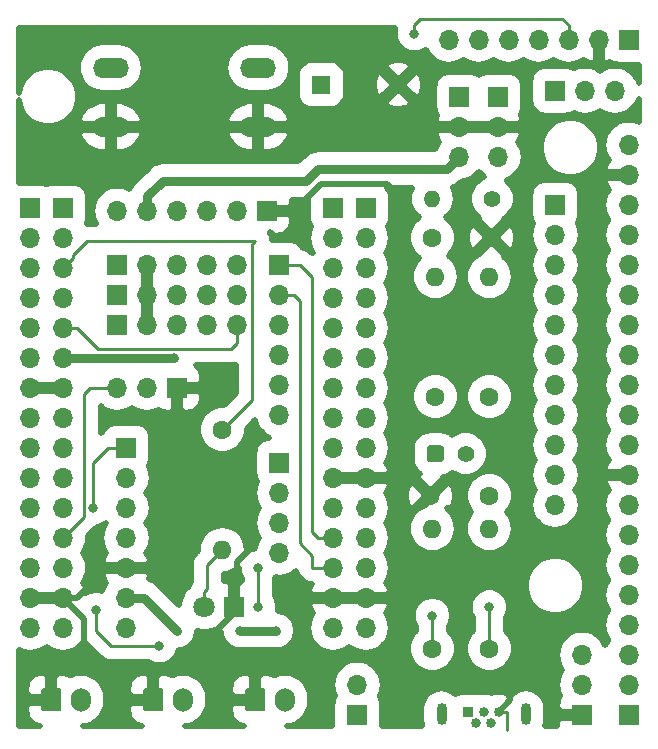
<source format=gbl>
G04 #@! TF.GenerationSoftware,KiCad,Pcbnew,(5.1.2)-1*
G04 #@! TF.CreationDate,2024-09-29T13:42:58+01:00*
G04 #@! TF.ProjectId,ESP8266_PCB01,45535038-3236-4365-9f50-434230312e6b,rev?*
G04 #@! TF.SameCoordinates,Original*
G04 #@! TF.FileFunction,Copper,L2,Bot*
G04 #@! TF.FilePolarity,Positive*
%FSLAX46Y46*%
G04 Gerber Fmt 4.6, Leading zero omitted, Abs format (unit mm)*
G04 Created by KiCad (PCBNEW (5.1.2)-1) date 2024-09-29 13:42:58*
%MOMM*%
%LPD*%
G04 APERTURE LIST*
%ADD10R,1.700000X1.700000*%
%ADD11O,1.700000X1.700000*%
%ADD12C,1.400000*%
%ADD13O,1.400000X1.400000*%
%ADD14R,1.600000X1.600000*%
%ADD15C,1.600000*%
%ADD16O,1.700000X2.000000*%
%ADD17C,0.150000*%
%ADD18C,1.700000*%
%ADD19O,1.600000X1.600000*%
%ADD20R,1.800000X1.800000*%
%ADD21C,1.800000*%
%ADD22O,3.048000X1.727200*%
%ADD23R,0.840000X0.840000*%
%ADD24C,0.840000*%
%ADD25O,0.850000X1.850000*%
%ADD26C,0.800000*%
%ADD27C,0.500000*%
%ADD28C,0.250000*%
%ADD29C,0.750000*%
%ADD30C,0.508000*%
G04 APERTURE END LIST*
D10*
X149702000Y-107442000D03*
D11*
X149702000Y-104902000D03*
X149702000Y-102362000D03*
X149702000Y-99822000D03*
X149702000Y-97282000D03*
X149702000Y-94742000D03*
X149702000Y-92202000D03*
X149702000Y-89662000D03*
X149702000Y-87122000D03*
X149702000Y-84582000D03*
X149702000Y-82042000D03*
X149702000Y-79502000D03*
X149702000Y-76962000D03*
X149702000Y-74422000D03*
X149702000Y-71882000D03*
X149702000Y-69342000D03*
X149702000Y-66802000D03*
X149702000Y-64262000D03*
X149702000Y-61722000D03*
X149702000Y-59182000D03*
D10*
X101844000Y-64516000D03*
D11*
X101844000Y-67056000D03*
X101844000Y-69596000D03*
X101844000Y-72136000D03*
X101844000Y-74676000D03*
X101844000Y-77216000D03*
X101844000Y-79756000D03*
X101844000Y-82296000D03*
X101844000Y-84836000D03*
X101844000Y-87376000D03*
X101844000Y-89916000D03*
X101844000Y-92456000D03*
X101844000Y-94996000D03*
X101844000Y-97536000D03*
X101844000Y-100076000D03*
D12*
X138176000Y-63754000D03*
D13*
X133096000Y-63754000D03*
D14*
X123698000Y-54102000D03*
D15*
X130198000Y-54102000D03*
X132922000Y-88900000D03*
X137922000Y-88900000D03*
X133096000Y-67056000D03*
X138096000Y-67056000D03*
D11*
X116586000Y-71882000D03*
X114046000Y-71882000D03*
X111506000Y-71882000D03*
X108966000Y-71882000D03*
D10*
X106426000Y-71882000D03*
X106426000Y-69342000D03*
D11*
X108966000Y-69342000D03*
X111506000Y-69342000D03*
X114046000Y-69342000D03*
X116586000Y-69342000D03*
X116586000Y-74422000D03*
X114046000Y-74422000D03*
X111506000Y-74422000D03*
X108966000Y-74422000D03*
D10*
X106426000Y-74422000D03*
X135382000Y-55118000D03*
D11*
X135382000Y-57658000D03*
X135382000Y-60198000D03*
X138684000Y-60198000D03*
X138684000Y-57658000D03*
D10*
X138684000Y-55118000D03*
X119126000Y-64770000D03*
D11*
X116586000Y-64770000D03*
X114046000Y-64770000D03*
X111506000Y-64770000D03*
X108966000Y-64770000D03*
X106426000Y-64770000D03*
D10*
X145796000Y-107442000D03*
D11*
X145796000Y-104902000D03*
X145796000Y-102362000D03*
X106426000Y-79756000D03*
X108966000Y-79756000D03*
D10*
X111506000Y-79756000D03*
D16*
X120610000Y-106172000D03*
D17*
G36*
X118734504Y-105173204D02*
G01*
X118758773Y-105176804D01*
X118782571Y-105182765D01*
X118805671Y-105191030D01*
X118827849Y-105201520D01*
X118848893Y-105214133D01*
X118868598Y-105228747D01*
X118886777Y-105245223D01*
X118903253Y-105263402D01*
X118917867Y-105283107D01*
X118930480Y-105304151D01*
X118940970Y-105326329D01*
X118949235Y-105349429D01*
X118955196Y-105373227D01*
X118958796Y-105397496D01*
X118960000Y-105422000D01*
X118960000Y-106922000D01*
X118958796Y-106946504D01*
X118955196Y-106970773D01*
X118949235Y-106994571D01*
X118940970Y-107017671D01*
X118930480Y-107039849D01*
X118917867Y-107060893D01*
X118903253Y-107080598D01*
X118886777Y-107098777D01*
X118868598Y-107115253D01*
X118848893Y-107129867D01*
X118827849Y-107142480D01*
X118805671Y-107152970D01*
X118782571Y-107161235D01*
X118758773Y-107167196D01*
X118734504Y-107170796D01*
X118710000Y-107172000D01*
X117510000Y-107172000D01*
X117485496Y-107170796D01*
X117461227Y-107167196D01*
X117437429Y-107161235D01*
X117414329Y-107152970D01*
X117392151Y-107142480D01*
X117371107Y-107129867D01*
X117351402Y-107115253D01*
X117333223Y-107098777D01*
X117316747Y-107080598D01*
X117302133Y-107060893D01*
X117289520Y-107039849D01*
X117279030Y-107017671D01*
X117270765Y-106994571D01*
X117264804Y-106970773D01*
X117261204Y-106946504D01*
X117260000Y-106922000D01*
X117260000Y-105422000D01*
X117261204Y-105397496D01*
X117264804Y-105373227D01*
X117270765Y-105349429D01*
X117279030Y-105326329D01*
X117289520Y-105304151D01*
X117302133Y-105283107D01*
X117316747Y-105263402D01*
X117333223Y-105245223D01*
X117351402Y-105228747D01*
X117371107Y-105214133D01*
X117392151Y-105201520D01*
X117414329Y-105191030D01*
X117437429Y-105182765D01*
X117461227Y-105176804D01*
X117485496Y-105173204D01*
X117510000Y-105172000D01*
X118710000Y-105172000D01*
X118734504Y-105173204D01*
X118734504Y-105173204D01*
G37*
D18*
X118110000Y-106172000D03*
D17*
G36*
X110098504Y-105173204D02*
G01*
X110122773Y-105176804D01*
X110146571Y-105182765D01*
X110169671Y-105191030D01*
X110191849Y-105201520D01*
X110212893Y-105214133D01*
X110232598Y-105228747D01*
X110250777Y-105245223D01*
X110267253Y-105263402D01*
X110281867Y-105283107D01*
X110294480Y-105304151D01*
X110304970Y-105326329D01*
X110313235Y-105349429D01*
X110319196Y-105373227D01*
X110322796Y-105397496D01*
X110324000Y-105422000D01*
X110324000Y-106922000D01*
X110322796Y-106946504D01*
X110319196Y-106970773D01*
X110313235Y-106994571D01*
X110304970Y-107017671D01*
X110294480Y-107039849D01*
X110281867Y-107060893D01*
X110267253Y-107080598D01*
X110250777Y-107098777D01*
X110232598Y-107115253D01*
X110212893Y-107129867D01*
X110191849Y-107142480D01*
X110169671Y-107152970D01*
X110146571Y-107161235D01*
X110122773Y-107167196D01*
X110098504Y-107170796D01*
X110074000Y-107172000D01*
X108874000Y-107172000D01*
X108849496Y-107170796D01*
X108825227Y-107167196D01*
X108801429Y-107161235D01*
X108778329Y-107152970D01*
X108756151Y-107142480D01*
X108735107Y-107129867D01*
X108715402Y-107115253D01*
X108697223Y-107098777D01*
X108680747Y-107080598D01*
X108666133Y-107060893D01*
X108653520Y-107039849D01*
X108643030Y-107017671D01*
X108634765Y-106994571D01*
X108628804Y-106970773D01*
X108625204Y-106946504D01*
X108624000Y-106922000D01*
X108624000Y-105422000D01*
X108625204Y-105397496D01*
X108628804Y-105373227D01*
X108634765Y-105349429D01*
X108643030Y-105326329D01*
X108653520Y-105304151D01*
X108666133Y-105283107D01*
X108680747Y-105263402D01*
X108697223Y-105245223D01*
X108715402Y-105228747D01*
X108735107Y-105214133D01*
X108756151Y-105201520D01*
X108778329Y-105191030D01*
X108801429Y-105182765D01*
X108825227Y-105176804D01*
X108849496Y-105173204D01*
X108874000Y-105172000D01*
X110074000Y-105172000D01*
X110098504Y-105173204D01*
X110098504Y-105173204D01*
G37*
D18*
X109474000Y-106172000D03*
D16*
X111974000Y-106172000D03*
X103338000Y-106172000D03*
D17*
G36*
X101462504Y-105173204D02*
G01*
X101486773Y-105176804D01*
X101510571Y-105182765D01*
X101533671Y-105191030D01*
X101555849Y-105201520D01*
X101576893Y-105214133D01*
X101596598Y-105228747D01*
X101614777Y-105245223D01*
X101631253Y-105263402D01*
X101645867Y-105283107D01*
X101658480Y-105304151D01*
X101668970Y-105326329D01*
X101677235Y-105349429D01*
X101683196Y-105373227D01*
X101686796Y-105397496D01*
X101688000Y-105422000D01*
X101688000Y-106922000D01*
X101686796Y-106946504D01*
X101683196Y-106970773D01*
X101677235Y-106994571D01*
X101668970Y-107017671D01*
X101658480Y-107039849D01*
X101645867Y-107060893D01*
X101631253Y-107080598D01*
X101614777Y-107098777D01*
X101596598Y-107115253D01*
X101576893Y-107129867D01*
X101555849Y-107142480D01*
X101533671Y-107152970D01*
X101510571Y-107161235D01*
X101486773Y-107167196D01*
X101462504Y-107170796D01*
X101438000Y-107172000D01*
X100238000Y-107172000D01*
X100213496Y-107170796D01*
X100189227Y-107167196D01*
X100165429Y-107161235D01*
X100142329Y-107152970D01*
X100120151Y-107142480D01*
X100099107Y-107129867D01*
X100079402Y-107115253D01*
X100061223Y-107098777D01*
X100044747Y-107080598D01*
X100030133Y-107060893D01*
X100017520Y-107039849D01*
X100007030Y-107017671D01*
X99998765Y-106994571D01*
X99992804Y-106970773D01*
X99989204Y-106946504D01*
X99988000Y-106922000D01*
X99988000Y-105422000D01*
X99989204Y-105397496D01*
X99992804Y-105373227D01*
X99998765Y-105349429D01*
X100007030Y-105326329D01*
X100017520Y-105304151D01*
X100030133Y-105283107D01*
X100044747Y-105263402D01*
X100061223Y-105245223D01*
X100079402Y-105228747D01*
X100099107Y-105214133D01*
X100120151Y-105201520D01*
X100142329Y-105191030D01*
X100165429Y-105182765D01*
X100189227Y-105176804D01*
X100213496Y-105173204D01*
X100238000Y-105172000D01*
X101438000Y-105172000D01*
X101462504Y-105173204D01*
X101462504Y-105173204D01*
G37*
D18*
X100838000Y-106172000D03*
D12*
X135910000Y-85344000D03*
D17*
G36*
X133825226Y-84645200D02*
G01*
X133849417Y-84648788D01*
X133873139Y-84654730D01*
X133896165Y-84662969D01*
X133918272Y-84673425D01*
X133939248Y-84685998D01*
X133958891Y-84700566D01*
X133977011Y-84716989D01*
X133993434Y-84735109D01*
X134008002Y-84754752D01*
X134020575Y-84775728D01*
X134031031Y-84797835D01*
X134039270Y-84820861D01*
X134045212Y-84844583D01*
X134048800Y-84868774D01*
X134050000Y-84893200D01*
X134050000Y-85794800D01*
X134048800Y-85819226D01*
X134045212Y-85843417D01*
X134039270Y-85867139D01*
X134031031Y-85890165D01*
X134020575Y-85912272D01*
X134008002Y-85933248D01*
X133993434Y-85952891D01*
X133977011Y-85971011D01*
X133958891Y-85987434D01*
X133939248Y-86002002D01*
X133918272Y-86014575D01*
X133896165Y-86025031D01*
X133873139Y-86033270D01*
X133849417Y-86039212D01*
X133825226Y-86042800D01*
X133800800Y-86044000D01*
X132899200Y-86044000D01*
X132874774Y-86042800D01*
X132850583Y-86039212D01*
X132826861Y-86033270D01*
X132803835Y-86025031D01*
X132781728Y-86014575D01*
X132760752Y-86002002D01*
X132741109Y-85987434D01*
X132722989Y-85971011D01*
X132706566Y-85952891D01*
X132691998Y-85933248D01*
X132679425Y-85912272D01*
X132668969Y-85890165D01*
X132660730Y-85867139D01*
X132654788Y-85843417D01*
X132651200Y-85819226D01*
X132650000Y-85794800D01*
X132650000Y-84893200D01*
X132651200Y-84868774D01*
X132654788Y-84844583D01*
X132660730Y-84820861D01*
X132668969Y-84797835D01*
X132679425Y-84775728D01*
X132691998Y-84754752D01*
X132706566Y-84735109D01*
X132722989Y-84716989D01*
X132741109Y-84700566D01*
X132760752Y-84685998D01*
X132781728Y-84673425D01*
X132803835Y-84662969D01*
X132826861Y-84654730D01*
X132850583Y-84648788D01*
X132874774Y-84645200D01*
X132899200Y-84644000D01*
X133800800Y-84644000D01*
X133825226Y-84645200D01*
X133825226Y-84645200D01*
G37*
D12*
X133350000Y-85344000D03*
D19*
X115316000Y-93472000D03*
D15*
X115316000Y-83312000D03*
X133096000Y-101854000D03*
D19*
X133096000Y-91694000D03*
D15*
X137922000Y-101854000D03*
D19*
X137922000Y-91694000D03*
D15*
X137922000Y-80518000D03*
D19*
X137922000Y-70358000D03*
X133350000Y-70358000D03*
D15*
X133350000Y-80518000D03*
D20*
X116332000Y-98298000D03*
D21*
X113792000Y-98298000D03*
D22*
X118364000Y-52658000D03*
X118364000Y-57658000D03*
X105864000Y-52658000D03*
X105864000Y-57658000D03*
D23*
X136144000Y-107188000D03*
D24*
X136794000Y-108188000D03*
X137444000Y-107188000D03*
X138094000Y-108188000D03*
X138744000Y-107188000D03*
D25*
X133869000Y-107408000D03*
X141019000Y-107408000D03*
D10*
X107188000Y-84836000D03*
D11*
X107188000Y-87376000D03*
X107188000Y-89916000D03*
X107188000Y-92456000D03*
X107188000Y-94996000D03*
X107188000Y-97536000D03*
X107188000Y-100076000D03*
D10*
X149702000Y-50292000D03*
D11*
X147162000Y-50292000D03*
X144622000Y-50292000D03*
X142082000Y-50292000D03*
X139542000Y-50292000D03*
X137002000Y-50292000D03*
X134462000Y-50292000D03*
D10*
X143510000Y-54610000D03*
D11*
X146050000Y-54610000D03*
X148590000Y-54610000D03*
D10*
X126746000Y-107442000D03*
D11*
X126746000Y-104902000D03*
X124704000Y-100076000D03*
X124704000Y-97536000D03*
X124704000Y-94996000D03*
X124704000Y-92456000D03*
X124704000Y-89916000D03*
X124704000Y-87376000D03*
X124704000Y-84836000D03*
X124704000Y-82296000D03*
X124704000Y-79756000D03*
X124704000Y-77216000D03*
X124704000Y-74676000D03*
X124704000Y-72136000D03*
X124704000Y-69596000D03*
X124704000Y-67056000D03*
D10*
X124704000Y-64516000D03*
D11*
X127450000Y-100076000D03*
X127450000Y-97536000D03*
X127450000Y-94996000D03*
X127450000Y-92456000D03*
X127450000Y-89916000D03*
X127450000Y-87376000D03*
X127450000Y-84836000D03*
X127450000Y-82296000D03*
X127450000Y-79756000D03*
X127450000Y-77216000D03*
X127450000Y-74676000D03*
X127450000Y-72136000D03*
X127450000Y-69596000D03*
X127450000Y-67056000D03*
D10*
X127450000Y-64516000D03*
X99060000Y-64516000D03*
D11*
X99060000Y-67056000D03*
X99060000Y-69596000D03*
X99060000Y-72136000D03*
X99060000Y-74676000D03*
X99060000Y-77216000D03*
X99060000Y-79756000D03*
X99060000Y-82296000D03*
X99060000Y-84836000D03*
X99060000Y-87376000D03*
X99060000Y-89916000D03*
X99060000Y-92456000D03*
X99060000Y-94996000D03*
X99060000Y-97536000D03*
X99060000Y-100076000D03*
D10*
X143510000Y-64262000D03*
D11*
X143510000Y-66802000D03*
X143510000Y-69342000D03*
X143510000Y-71882000D03*
X143510000Y-74422000D03*
X143510000Y-76962000D03*
X143510000Y-79502000D03*
X143510000Y-82042000D03*
X143510000Y-84582000D03*
X143510000Y-87122000D03*
X143510000Y-89662000D03*
D10*
X120142000Y-69342000D03*
D11*
X120142000Y-71882000D03*
X120142000Y-74422000D03*
X120142000Y-76962000D03*
X120142000Y-79502000D03*
X120142000Y-82042000D03*
D10*
X120142000Y-86106000D03*
D11*
X120142000Y-88646000D03*
X120142000Y-91186000D03*
X120142000Y-93726000D03*
D26*
X105410000Y-82042000D03*
X111252000Y-77216000D03*
X111506000Y-100330000D03*
X116840000Y-100330000D03*
X119888000Y-100330000D03*
X131572000Y-49784000D03*
X133096000Y-99060000D03*
X137922000Y-98335000D03*
X104394000Y-89916000D03*
X104648000Y-98552000D03*
X109982000Y-101600000D03*
X118364000Y-98298000D03*
X118364000Y-94996000D03*
D27*
X116586000Y-95250000D02*
X116586000Y-94488000D01*
X116586000Y-94488000D02*
X117602000Y-93472000D01*
X138744000Y-107188000D02*
X139700000Y-106232000D01*
X139700000Y-106232000D02*
X139700000Y-105664000D01*
D28*
X138744000Y-107188000D02*
X139446000Y-107188000D01*
X139446000Y-107188000D02*
X139446000Y-108712000D01*
D27*
X119126000Y-64770000D02*
X121412000Y-64770000D01*
X121412000Y-64770000D02*
X123698000Y-62484000D01*
X123698000Y-62484000D02*
X129286000Y-62484000D01*
X129286000Y-62484000D02*
X130048000Y-63246000D01*
X103046081Y-97536000D02*
X103886000Y-96696081D01*
X101844000Y-97536000D02*
X103046081Y-97536000D01*
X116332000Y-98298000D02*
X116332000Y-98806000D01*
X116332000Y-98806000D02*
X114554000Y-100584000D01*
X114554000Y-100584000D02*
X114554000Y-101346000D01*
X102693999Y-98385999D02*
X102703999Y-98385999D01*
X101844000Y-97536000D02*
X102693999Y-98385999D01*
X102703999Y-98385999D02*
X103632000Y-99314000D01*
X103632000Y-99314000D02*
X103632000Y-101854000D01*
D29*
X108966000Y-63567919D02*
X110303919Y-62230000D01*
X108966000Y-64770000D02*
X108966000Y-63567919D01*
X110303919Y-62230000D02*
X122428000Y-62230000D01*
X122428000Y-62230000D02*
X123444000Y-61214000D01*
X134366000Y-61214000D02*
X135382000Y-60198000D01*
X123444000Y-61214000D02*
X134366000Y-61214000D01*
X101844000Y-77216000D02*
X111252000Y-77216000D01*
X107188000Y-97536000D02*
X108712000Y-97536000D01*
X108712000Y-97536000D02*
X111506000Y-100330000D01*
X116840000Y-100330000D02*
X119126000Y-100330000D01*
X119126000Y-100330000D02*
X119888000Y-100330000D01*
D28*
X144622000Y-49089919D02*
X144622000Y-50292000D01*
X144046081Y-48514000D02*
X144622000Y-49089919D01*
X132080000Y-48514000D02*
X144046081Y-48514000D01*
X131572000Y-49022000D02*
X132080000Y-48514000D01*
X131572000Y-49784000D02*
X131572000Y-49022000D01*
X116586000Y-75946000D02*
X116586000Y-74422000D01*
X116078000Y-76454000D02*
X116586000Y-75946000D01*
X104824081Y-76454000D02*
X116078000Y-76454000D01*
X101844000Y-74676000D02*
X103046081Y-74676000D01*
X103046081Y-74676000D02*
X104824081Y-76454000D01*
X114046000Y-94742000D02*
X115316000Y-93472000D01*
X114046000Y-96771208D02*
X114046000Y-94742000D01*
X113792000Y-98298000D02*
X113792000Y-97025208D01*
X113792000Y-97025208D02*
X114046000Y-96771208D01*
X133096000Y-99060000D02*
X133096000Y-101854000D01*
X137922000Y-98335000D02*
X137922000Y-101854000D01*
X121344081Y-71882000D02*
X121852081Y-72390000D01*
X120142000Y-71882000D02*
X121344081Y-71882000D01*
X121852081Y-72390000D02*
X121852081Y-92896081D01*
X121852081Y-92896081D02*
X122936000Y-93980000D01*
X122936000Y-93980000D02*
X122936000Y-94996000D01*
X122936000Y-94996000D02*
X124704000Y-94996000D01*
X123444000Y-92456000D02*
X124704000Y-92456000D01*
X122936000Y-91948000D02*
X123444000Y-92456000D01*
X122936000Y-70358000D02*
X122936000Y-91948000D01*
X120142000Y-69342000D02*
X121920000Y-69342000D01*
X121920000Y-69342000D02*
X122936000Y-70358000D01*
X104394000Y-89916000D02*
X104394000Y-86106000D01*
X105664000Y-84836000D02*
X107188000Y-84836000D01*
X104394000Y-86106000D02*
X105664000Y-84836000D01*
X102693999Y-68746001D02*
X102693999Y-68502001D01*
X101844000Y-69596000D02*
X102693999Y-68746001D01*
X102693999Y-68502001D02*
X103886000Y-67310000D01*
X103886000Y-67310000D02*
X118110000Y-67310000D01*
X118110000Y-67310000D02*
X117856000Y-67564000D01*
X117856000Y-80772000D02*
X115316000Y-83312000D01*
X117856000Y-67564000D02*
X117856000Y-80772000D01*
X106426000Y-79756000D02*
X104140000Y-79756000D01*
X104140000Y-79756000D02*
X103632000Y-80264000D01*
X103632000Y-90668000D02*
X101844000Y-92456000D01*
X103632000Y-80264000D02*
X103632000Y-90668000D01*
X104648000Y-98552000D02*
X104648000Y-100330000D01*
X104648000Y-100330000D02*
X105918000Y-101600000D01*
X105918000Y-101600000D02*
X109982000Y-101600000D01*
X118364000Y-98298000D02*
X118364000Y-94996000D01*
D30*
G36*
X129902000Y-49619519D02*
G01*
X129902000Y-49948481D01*
X129966178Y-50271121D01*
X130092066Y-50575041D01*
X130274827Y-50848563D01*
X130507437Y-51081173D01*
X130780959Y-51263934D01*
X131084879Y-51389822D01*
X131407519Y-51454000D01*
X131736481Y-51454000D01*
X132059121Y-51389822D01*
X132363041Y-51263934D01*
X132521186Y-51158265D01*
X132690756Y-51475507D01*
X132955681Y-51798319D01*
X133278493Y-52063244D01*
X133646786Y-52260101D01*
X134046407Y-52381325D01*
X134357858Y-52412000D01*
X134566142Y-52412000D01*
X134877593Y-52381325D01*
X135277214Y-52260101D01*
X135645507Y-52063244D01*
X135732000Y-51992261D01*
X135818493Y-52063244D01*
X136186786Y-52260101D01*
X136586407Y-52381325D01*
X136897858Y-52412000D01*
X137106142Y-52412000D01*
X137417593Y-52381325D01*
X137817214Y-52260101D01*
X138185507Y-52063244D01*
X138272000Y-51992261D01*
X138358493Y-52063244D01*
X138726786Y-52260101D01*
X139126407Y-52381325D01*
X139437858Y-52412000D01*
X139646142Y-52412000D01*
X139957593Y-52381325D01*
X140357214Y-52260101D01*
X140725507Y-52063244D01*
X140812000Y-51992261D01*
X140898493Y-52063244D01*
X141266786Y-52260101D01*
X141666407Y-52381325D01*
X141977858Y-52412000D01*
X142186142Y-52412000D01*
X142497593Y-52381325D01*
X142897214Y-52260101D01*
X143265507Y-52063244D01*
X143352000Y-51992261D01*
X143438493Y-52063244D01*
X143806786Y-52260101D01*
X144206407Y-52381325D01*
X144517858Y-52412000D01*
X144726142Y-52412000D01*
X145037593Y-52381325D01*
X145437214Y-52260101D01*
X145805507Y-52063244D01*
X145900923Y-51984938D01*
X146130357Y-52144065D01*
X146511500Y-52309742D01*
X146581875Y-52331082D01*
X146908000Y-52076514D01*
X146908000Y-50546000D01*
X146888000Y-50546000D01*
X146888000Y-50038000D01*
X146908000Y-50038000D01*
X146908000Y-50018000D01*
X147416000Y-50018000D01*
X147416000Y-50038000D01*
X147436000Y-50038000D01*
X147436000Y-50546000D01*
X147416000Y-50546000D01*
X147416000Y-52076514D01*
X147742125Y-52331082D01*
X147812500Y-52309742D01*
X148113537Y-52178886D01*
X148143012Y-52203075D01*
X148363641Y-52321003D01*
X148603037Y-52393623D01*
X148852000Y-52418144D01*
X150552000Y-52418144D01*
X150597000Y-52413712D01*
X150597000Y-53923019D01*
X150558101Y-53794786D01*
X150361244Y-53426493D01*
X150096319Y-53103681D01*
X149773507Y-52838756D01*
X149405214Y-52641899D01*
X149005593Y-52520675D01*
X148694142Y-52490000D01*
X148485858Y-52490000D01*
X148174407Y-52520675D01*
X147774786Y-52641899D01*
X147406493Y-52838756D01*
X147320000Y-52909739D01*
X147233507Y-52838756D01*
X146865214Y-52641899D01*
X146465593Y-52520675D01*
X146154142Y-52490000D01*
X145945858Y-52490000D01*
X145634407Y-52520675D01*
X145234786Y-52641899D01*
X145092302Y-52718058D01*
X145068988Y-52698925D01*
X144848359Y-52580997D01*
X144608963Y-52508377D01*
X144360000Y-52483856D01*
X142660000Y-52483856D01*
X142411037Y-52508377D01*
X142171641Y-52580997D01*
X141951012Y-52698925D01*
X141757630Y-52857630D01*
X141598925Y-53051012D01*
X141480997Y-53271641D01*
X141408377Y-53511037D01*
X141383856Y-53760000D01*
X141383856Y-55460000D01*
X141408377Y-55708963D01*
X141480997Y-55948359D01*
X141598925Y-56168988D01*
X141757630Y-56362370D01*
X141951012Y-56521075D01*
X142171641Y-56639003D01*
X142411037Y-56711623D01*
X142660000Y-56736144D01*
X144360000Y-56736144D01*
X144608963Y-56711623D01*
X144848359Y-56639003D01*
X145068988Y-56521075D01*
X145092302Y-56501942D01*
X145234786Y-56578101D01*
X145634407Y-56699325D01*
X145945858Y-56730000D01*
X146154142Y-56730000D01*
X146465593Y-56699325D01*
X146865214Y-56578101D01*
X147233507Y-56381244D01*
X147320000Y-56310261D01*
X147406493Y-56381244D01*
X147774786Y-56578101D01*
X148174407Y-56699325D01*
X148485858Y-56730000D01*
X148694142Y-56730000D01*
X149005593Y-56699325D01*
X149405214Y-56578101D01*
X149773507Y-56381244D01*
X150096319Y-56116319D01*
X150361244Y-55793507D01*
X150558101Y-55425214D01*
X150597000Y-55296981D01*
X150597000Y-57256546D01*
X150517214Y-57213899D01*
X150117593Y-57092675D01*
X149806142Y-57062000D01*
X149597858Y-57062000D01*
X149286407Y-57092675D01*
X148886786Y-57213899D01*
X148518493Y-57410756D01*
X148195681Y-57675681D01*
X147930756Y-57998493D01*
X147733899Y-58366786D01*
X147612675Y-58766407D01*
X147571743Y-59182000D01*
X147612675Y-59597593D01*
X147733899Y-59997214D01*
X147930756Y-60365507D01*
X148009062Y-60460923D01*
X147849935Y-60690357D01*
X147684258Y-61071500D01*
X147662918Y-61141875D01*
X147917486Y-61468000D01*
X149448000Y-61468000D01*
X149448000Y-61448000D01*
X149956000Y-61448000D01*
X149956000Y-61468000D01*
X149976000Y-61468000D01*
X149976000Y-61976000D01*
X149956000Y-61976000D01*
X149956000Y-61996000D01*
X149448000Y-61996000D01*
X149448000Y-61976000D01*
X147917486Y-61976000D01*
X147662918Y-62302125D01*
X147684258Y-62372500D01*
X147849935Y-62753643D01*
X148009062Y-62983077D01*
X147930756Y-63078493D01*
X147733899Y-63446786D01*
X147612675Y-63846407D01*
X147571743Y-64262000D01*
X147612675Y-64677593D01*
X147733899Y-65077214D01*
X147930756Y-65445507D01*
X148001739Y-65532000D01*
X147930756Y-65618493D01*
X147733899Y-65986786D01*
X147612675Y-66386407D01*
X147571743Y-66802000D01*
X147612675Y-67217593D01*
X147733899Y-67617214D01*
X147930756Y-67985507D01*
X148001739Y-68072000D01*
X147930756Y-68158493D01*
X147733899Y-68526786D01*
X147612675Y-68926407D01*
X147571743Y-69342000D01*
X147612675Y-69757593D01*
X147733899Y-70157214D01*
X147930756Y-70525507D01*
X148001739Y-70612000D01*
X147930756Y-70698493D01*
X147733899Y-71066786D01*
X147612675Y-71466407D01*
X147571743Y-71882000D01*
X147612675Y-72297593D01*
X147733899Y-72697214D01*
X147930756Y-73065507D01*
X148001739Y-73152000D01*
X147930756Y-73238493D01*
X147733899Y-73606786D01*
X147612675Y-74006407D01*
X147571743Y-74422000D01*
X147612675Y-74837593D01*
X147733899Y-75237214D01*
X147930756Y-75605507D01*
X148001739Y-75692000D01*
X147930756Y-75778493D01*
X147733899Y-76146786D01*
X147612675Y-76546407D01*
X147571743Y-76962000D01*
X147612675Y-77377593D01*
X147733899Y-77777214D01*
X147930756Y-78145507D01*
X148001739Y-78232000D01*
X147930756Y-78318493D01*
X147733899Y-78686786D01*
X147612675Y-79086407D01*
X147571743Y-79502000D01*
X147612675Y-79917593D01*
X147733899Y-80317214D01*
X147930756Y-80685507D01*
X148001739Y-80772000D01*
X147930756Y-80858493D01*
X147733899Y-81226786D01*
X147612675Y-81626407D01*
X147571743Y-82042000D01*
X147612675Y-82457593D01*
X147733899Y-82857214D01*
X147930756Y-83225507D01*
X148001739Y-83312000D01*
X147930756Y-83398493D01*
X147733899Y-83766786D01*
X147612675Y-84166407D01*
X147571743Y-84582000D01*
X147612675Y-84997593D01*
X147733899Y-85397214D01*
X147930756Y-85765507D01*
X148009062Y-85860923D01*
X147849935Y-86090357D01*
X147684258Y-86471500D01*
X147662918Y-86541875D01*
X147917486Y-86868000D01*
X149448000Y-86868000D01*
X149448000Y-86848000D01*
X149956000Y-86848000D01*
X149956000Y-86868000D01*
X149976000Y-86868000D01*
X149976000Y-87376000D01*
X149956000Y-87376000D01*
X149956000Y-87396000D01*
X149448000Y-87396000D01*
X149448000Y-87376000D01*
X147917486Y-87376000D01*
X147662918Y-87702125D01*
X147684258Y-87772500D01*
X147849935Y-88153643D01*
X148009062Y-88383077D01*
X147930756Y-88478493D01*
X147733899Y-88846786D01*
X147612675Y-89246407D01*
X147571743Y-89662000D01*
X147612675Y-90077593D01*
X147733899Y-90477214D01*
X147930756Y-90845507D01*
X148001739Y-90932000D01*
X147930756Y-91018493D01*
X147733899Y-91386786D01*
X147612675Y-91786407D01*
X147571743Y-92202000D01*
X147612675Y-92617593D01*
X147733899Y-93017214D01*
X147930756Y-93385507D01*
X148001739Y-93472000D01*
X147930756Y-93558493D01*
X147733899Y-93926786D01*
X147612675Y-94326407D01*
X147571743Y-94742000D01*
X147612675Y-95157593D01*
X147733899Y-95557214D01*
X147930756Y-95925507D01*
X148001739Y-96012000D01*
X147930756Y-96098493D01*
X147733899Y-96466786D01*
X147612675Y-96866407D01*
X147571743Y-97282000D01*
X147612675Y-97697593D01*
X147733899Y-98097214D01*
X147930756Y-98465507D01*
X148001739Y-98552000D01*
X147930756Y-98638493D01*
X147733899Y-99006786D01*
X147612675Y-99406407D01*
X147571743Y-99822000D01*
X147612675Y-100237593D01*
X147733899Y-100637214D01*
X147930756Y-101005507D01*
X148001739Y-101092000D01*
X147930756Y-101178493D01*
X147749000Y-101518534D01*
X147567244Y-101178493D01*
X147302319Y-100855681D01*
X146979507Y-100590756D01*
X146611214Y-100393899D01*
X146211593Y-100272675D01*
X145900142Y-100242000D01*
X145691858Y-100242000D01*
X145380407Y-100272675D01*
X144980786Y-100393899D01*
X144612493Y-100590756D01*
X144289681Y-100855681D01*
X144024756Y-101178493D01*
X143827899Y-101546786D01*
X143706675Y-101946407D01*
X143665743Y-102362000D01*
X143706675Y-102777593D01*
X143827899Y-103177214D01*
X144024756Y-103545507D01*
X144095739Y-103632000D01*
X144024756Y-103718493D01*
X143827899Y-104086786D01*
X143706675Y-104486407D01*
X143665743Y-104902000D01*
X143706675Y-105317593D01*
X143827899Y-105717214D01*
X143904058Y-105859697D01*
X143884924Y-105883012D01*
X143766996Y-106103640D01*
X143694376Y-106343036D01*
X143669855Y-106592000D01*
X143676000Y-106870500D01*
X143993500Y-107188000D01*
X145542000Y-107188000D01*
X145542000Y-107168000D01*
X146050000Y-107168000D01*
X146050000Y-107188000D01*
X146070000Y-107188000D01*
X146070000Y-107696000D01*
X146050000Y-107696000D01*
X146050000Y-107716000D01*
X145542000Y-107716000D01*
X145542000Y-107696000D01*
X143993500Y-107696000D01*
X143676000Y-108013500D01*
X143669855Y-108292000D01*
X143683742Y-108433000D01*
X142631013Y-108433000D01*
X142689474Y-108240278D01*
X142714000Y-107991265D01*
X142714000Y-106824735D01*
X142689474Y-106575722D01*
X142592553Y-106256213D01*
X142435160Y-105961752D01*
X142223345Y-105703655D01*
X141965247Y-105491840D01*
X141670786Y-105334447D01*
X141351277Y-105237526D01*
X141019000Y-105204799D01*
X140686722Y-105237526D01*
X140367213Y-105334447D01*
X140072752Y-105491840D01*
X139814655Y-105703655D01*
X139602840Y-105961753D01*
X139598345Y-105970163D01*
X139603087Y-105723153D01*
X139300802Y-105583700D01*
X138977120Y-105505900D01*
X138644479Y-105492741D01*
X138315663Y-105544731D01*
X138092011Y-105627172D01*
X137936955Y-105562946D01*
X137610450Y-105498000D01*
X137277550Y-105498000D01*
X136960367Y-105561092D01*
X136812963Y-105516377D01*
X136564000Y-105491856D01*
X135724000Y-105491856D01*
X135475037Y-105516377D01*
X135235641Y-105588997D01*
X135052750Y-105686754D01*
X134815247Y-105491840D01*
X134520786Y-105334447D01*
X134201277Y-105237526D01*
X133869000Y-105204799D01*
X133536722Y-105237526D01*
X133217213Y-105334447D01*
X132922752Y-105491840D01*
X132664655Y-105703655D01*
X132452840Y-105961753D01*
X132295447Y-106256214D01*
X132198526Y-106575723D01*
X132174000Y-106824736D01*
X132174000Y-107991265D01*
X132198526Y-108240278D01*
X132256987Y-108433000D01*
X128858257Y-108433000D01*
X128872144Y-108292000D01*
X128872144Y-106592000D01*
X128847623Y-106343037D01*
X128775003Y-106103641D01*
X128657075Y-105883012D01*
X128637942Y-105859698D01*
X128714101Y-105717214D01*
X128835325Y-105317593D01*
X128876257Y-104902000D01*
X128835325Y-104486407D01*
X128714101Y-104086786D01*
X128517244Y-103718493D01*
X128252319Y-103395681D01*
X127929507Y-103130756D01*
X127561214Y-102933899D01*
X127161593Y-102812675D01*
X126850142Y-102782000D01*
X126641858Y-102782000D01*
X126330407Y-102812675D01*
X125930786Y-102933899D01*
X125562493Y-103130756D01*
X125239681Y-103395681D01*
X124974756Y-103718493D01*
X124777899Y-104086786D01*
X124656675Y-104486407D01*
X124615743Y-104902000D01*
X124656675Y-105317593D01*
X124777899Y-105717214D01*
X124854058Y-105859698D01*
X124834925Y-105883012D01*
X124716997Y-106103641D01*
X124644377Y-106343037D01*
X124619856Y-106592000D01*
X124619856Y-108292000D01*
X124633743Y-108433000D01*
X120805521Y-108433000D01*
X121025593Y-108411325D01*
X121425214Y-108290101D01*
X121793507Y-108093244D01*
X122116319Y-107828319D01*
X122381244Y-107505507D01*
X122578101Y-107137213D01*
X122699325Y-106737592D01*
X122730000Y-106426141D01*
X122730000Y-105917858D01*
X122699325Y-105606407D01*
X122578101Y-105206786D01*
X122381244Y-104838493D01*
X122116319Y-104515681D01*
X121793507Y-104250756D01*
X121425213Y-104053899D01*
X121025592Y-103932675D01*
X120610000Y-103891743D01*
X120194407Y-103932675D01*
X119794786Y-104053899D01*
X119676526Y-104117110D01*
X119668988Y-104110924D01*
X119448360Y-103992996D01*
X119208964Y-103920376D01*
X118960000Y-103895855D01*
X118681500Y-103902000D01*
X118364000Y-104219500D01*
X118364000Y-105918000D01*
X118384000Y-105918000D01*
X118384000Y-106426000D01*
X118364000Y-106426000D01*
X118364000Y-106446000D01*
X117856000Y-106446000D01*
X117856000Y-106426000D01*
X116307500Y-106426000D01*
X115990000Y-106743500D01*
X115983855Y-107172000D01*
X116008376Y-107420964D01*
X116080996Y-107660360D01*
X116198924Y-107880988D01*
X116357629Y-108074371D01*
X116551012Y-108233076D01*
X116771640Y-108351004D01*
X117011036Y-108423624D01*
X117106231Y-108433000D01*
X112169521Y-108433000D01*
X112389593Y-108411325D01*
X112789214Y-108290101D01*
X113157507Y-108093244D01*
X113480319Y-107828319D01*
X113745244Y-107505507D01*
X113942101Y-107137213D01*
X114063325Y-106737592D01*
X114094000Y-106426141D01*
X114094000Y-105917858D01*
X114063325Y-105606407D01*
X113942101Y-105206786D01*
X113923508Y-105172000D01*
X115983855Y-105172000D01*
X115990000Y-105600500D01*
X116307500Y-105918000D01*
X117856000Y-105918000D01*
X117856000Y-104219500D01*
X117538500Y-103902000D01*
X117260000Y-103895855D01*
X117011036Y-103920376D01*
X116771640Y-103992996D01*
X116551012Y-104110924D01*
X116357629Y-104269629D01*
X116198924Y-104463012D01*
X116080996Y-104683640D01*
X116008376Y-104923036D01*
X115983855Y-105172000D01*
X113923508Y-105172000D01*
X113745244Y-104838493D01*
X113480319Y-104515681D01*
X113157507Y-104250756D01*
X112789213Y-104053899D01*
X112389592Y-103932675D01*
X111974000Y-103891743D01*
X111558407Y-103932675D01*
X111158786Y-104053899D01*
X111040526Y-104117110D01*
X111032988Y-104110924D01*
X110812360Y-103992996D01*
X110572964Y-103920376D01*
X110324000Y-103895855D01*
X110045500Y-103902000D01*
X109728000Y-104219500D01*
X109728000Y-105918000D01*
X109748000Y-105918000D01*
X109748000Y-106426000D01*
X109728000Y-106426000D01*
X109728000Y-106446000D01*
X109220000Y-106446000D01*
X109220000Y-106426000D01*
X107671500Y-106426000D01*
X107354000Y-106743500D01*
X107347855Y-107172000D01*
X107372376Y-107420964D01*
X107444996Y-107660360D01*
X107562924Y-107880988D01*
X107721629Y-108074371D01*
X107915012Y-108233076D01*
X108135640Y-108351004D01*
X108375036Y-108423624D01*
X108470231Y-108433000D01*
X103533521Y-108433000D01*
X103753593Y-108411325D01*
X104153214Y-108290101D01*
X104521507Y-108093244D01*
X104844319Y-107828319D01*
X105109244Y-107505507D01*
X105306101Y-107137213D01*
X105427325Y-106737592D01*
X105458000Y-106426141D01*
X105458000Y-105917858D01*
X105427325Y-105606407D01*
X105306101Y-105206786D01*
X105287508Y-105172000D01*
X107347855Y-105172000D01*
X107354000Y-105600500D01*
X107671500Y-105918000D01*
X109220000Y-105918000D01*
X109220000Y-104219500D01*
X108902500Y-103902000D01*
X108624000Y-103895855D01*
X108375036Y-103920376D01*
X108135640Y-103992996D01*
X107915012Y-104110924D01*
X107721629Y-104269629D01*
X107562924Y-104463012D01*
X107444996Y-104683640D01*
X107372376Y-104923036D01*
X107347855Y-105172000D01*
X105287508Y-105172000D01*
X105109244Y-104838493D01*
X104844319Y-104515681D01*
X104521507Y-104250756D01*
X104153213Y-104053899D01*
X103753592Y-103932675D01*
X103338000Y-103891743D01*
X102922407Y-103932675D01*
X102522786Y-104053899D01*
X102404526Y-104117110D01*
X102396988Y-104110924D01*
X102176360Y-103992996D01*
X101936964Y-103920376D01*
X101688000Y-103895855D01*
X101409500Y-103902000D01*
X101092000Y-104219500D01*
X101092000Y-105918000D01*
X101112000Y-105918000D01*
X101112000Y-106426000D01*
X101092000Y-106426000D01*
X101092000Y-106446000D01*
X100584000Y-106446000D01*
X100584000Y-106426000D01*
X99035500Y-106426000D01*
X98718000Y-106743500D01*
X98711855Y-107172000D01*
X98736376Y-107420964D01*
X98808996Y-107660360D01*
X98926924Y-107880988D01*
X99085629Y-108074371D01*
X99279012Y-108233076D01*
X99499640Y-108351004D01*
X99739036Y-108423624D01*
X99834231Y-108433000D01*
X98069000Y-108433000D01*
X98069000Y-105172000D01*
X98711855Y-105172000D01*
X98718000Y-105600500D01*
X99035500Y-105918000D01*
X100584000Y-105918000D01*
X100584000Y-104219500D01*
X100266500Y-103902000D01*
X99988000Y-103895855D01*
X99739036Y-103920376D01*
X99499640Y-103992996D01*
X99279012Y-104110924D01*
X99085629Y-104269629D01*
X98926924Y-104463012D01*
X98808996Y-104683640D01*
X98736376Y-104923036D01*
X98711855Y-105172000D01*
X98069000Y-105172000D01*
X98069000Y-101950141D01*
X98244786Y-102044101D01*
X98644407Y-102165325D01*
X98955858Y-102196000D01*
X99164142Y-102196000D01*
X99475593Y-102165325D01*
X99875214Y-102044101D01*
X100243507Y-101847244D01*
X100452000Y-101676138D01*
X100660493Y-101847244D01*
X101028786Y-102044101D01*
X101428407Y-102165325D01*
X101739858Y-102196000D01*
X101948142Y-102196000D01*
X102259593Y-102165325D01*
X102659214Y-102044101D01*
X103027507Y-101847244D01*
X103350319Y-101582319D01*
X103610720Y-101265019D01*
X103656815Y-101321186D01*
X103710039Y-101364866D01*
X104883134Y-102537962D01*
X104926814Y-102591186D01*
X105139230Y-102765512D01*
X105381574Y-102895047D01*
X105644532Y-102974815D01*
X105849476Y-102995000D01*
X105849485Y-102995000D01*
X105917999Y-103001748D01*
X105986513Y-102995000D01*
X109063846Y-102995000D01*
X109190959Y-103079934D01*
X109494879Y-103205822D01*
X109817519Y-103270000D01*
X110146481Y-103270000D01*
X110469121Y-103205822D01*
X110773041Y-103079934D01*
X111046563Y-102897173D01*
X111279173Y-102664563D01*
X111461934Y-102391041D01*
X111587822Y-102087121D01*
X111605152Y-102000000D01*
X111670481Y-102000000D01*
X111993121Y-101935822D01*
X112297041Y-101809934D01*
X112570563Y-101627173D01*
X112803173Y-101394563D01*
X112985934Y-101121041D01*
X113111822Y-100817121D01*
X113176000Y-100494481D01*
X113176000Y-100387983D01*
X113578274Y-100468000D01*
X114005726Y-100468000D01*
X114424966Y-100384608D01*
X114725202Y-100260246D01*
X114943640Y-100377004D01*
X115170000Y-100445670D01*
X115170000Y-100494481D01*
X115234178Y-100817121D01*
X115360066Y-101121041D01*
X115542827Y-101394563D01*
X115775437Y-101627173D01*
X116048959Y-101809934D01*
X116352879Y-101935822D01*
X116675519Y-102000000D01*
X117004481Y-102000000D01*
X117130163Y-101975000D01*
X119597837Y-101975000D01*
X119723519Y-102000000D01*
X120052481Y-102000000D01*
X120375121Y-101935822D01*
X120679041Y-101809934D01*
X120952563Y-101627173D01*
X121185173Y-101394563D01*
X121367934Y-101121041D01*
X121493822Y-100817121D01*
X121558000Y-100494481D01*
X121558000Y-100165519D01*
X121540194Y-100076000D01*
X122573743Y-100076000D01*
X122614675Y-100491593D01*
X122735899Y-100891214D01*
X122932756Y-101259507D01*
X123197681Y-101582319D01*
X123520493Y-101847244D01*
X123888786Y-102044101D01*
X124288407Y-102165325D01*
X124599858Y-102196000D01*
X124808142Y-102196000D01*
X125119593Y-102165325D01*
X125519214Y-102044101D01*
X125887507Y-101847244D01*
X126077000Y-101691731D01*
X126266493Y-101847244D01*
X126634786Y-102044101D01*
X127034407Y-102165325D01*
X127345858Y-102196000D01*
X127554142Y-102196000D01*
X127865593Y-102165325D01*
X128265214Y-102044101D01*
X128633507Y-101847244D01*
X128873699Y-101650123D01*
X131026000Y-101650123D01*
X131026000Y-102057877D01*
X131105549Y-102457797D01*
X131261590Y-102834513D01*
X131488126Y-103173548D01*
X131776452Y-103461874D01*
X132115487Y-103688410D01*
X132492203Y-103844451D01*
X132892123Y-103924000D01*
X133299877Y-103924000D01*
X133699797Y-103844451D01*
X134076513Y-103688410D01*
X134415548Y-103461874D01*
X134703874Y-103173548D01*
X134930410Y-102834513D01*
X135086451Y-102457797D01*
X135166000Y-102057877D01*
X135166000Y-101650123D01*
X135852000Y-101650123D01*
X135852000Y-102057877D01*
X135931549Y-102457797D01*
X136087590Y-102834513D01*
X136314126Y-103173548D01*
X136602452Y-103461874D01*
X136941487Y-103688410D01*
X137318203Y-103844451D01*
X137718123Y-103924000D01*
X138125877Y-103924000D01*
X138525797Y-103844451D01*
X138902513Y-103688410D01*
X139241548Y-103461874D01*
X139529874Y-103173548D01*
X139756410Y-102834513D01*
X139912451Y-102457797D01*
X139992000Y-102057877D01*
X139992000Y-101650123D01*
X139912451Y-101250203D01*
X139756410Y-100873487D01*
X139529874Y-100534452D01*
X139317000Y-100321578D01*
X139317000Y-99253154D01*
X139401934Y-99126041D01*
X139527822Y-98822121D01*
X139592000Y-98499481D01*
X139592000Y-98170519D01*
X139527822Y-97847879D01*
X139401934Y-97543959D01*
X139219173Y-97270437D01*
X138986563Y-97037827D01*
X138713041Y-96855066D01*
X138409121Y-96729178D01*
X138086481Y-96665000D01*
X137757519Y-96665000D01*
X137434879Y-96729178D01*
X137130959Y-96855066D01*
X136857437Y-97037827D01*
X136624827Y-97270437D01*
X136442066Y-97543959D01*
X136316178Y-97847879D01*
X136252000Y-98170519D01*
X136252000Y-98499481D01*
X136316178Y-98822121D01*
X136442066Y-99126041D01*
X136527000Y-99253155D01*
X136527001Y-100321577D01*
X136314126Y-100534452D01*
X136087590Y-100873487D01*
X135931549Y-101250203D01*
X135852000Y-101650123D01*
X135166000Y-101650123D01*
X135086451Y-101250203D01*
X134930410Y-100873487D01*
X134703874Y-100534452D01*
X134491000Y-100321578D01*
X134491000Y-99978154D01*
X134575934Y-99851041D01*
X134701822Y-99547121D01*
X134766000Y-99224481D01*
X134766000Y-98895519D01*
X134701822Y-98572879D01*
X134575934Y-98268959D01*
X134393173Y-97995437D01*
X134160563Y-97762827D01*
X133887041Y-97580066D01*
X133583121Y-97454178D01*
X133260481Y-97390000D01*
X132931519Y-97390000D01*
X132608879Y-97454178D01*
X132304959Y-97580066D01*
X132031437Y-97762827D01*
X131798827Y-97995437D01*
X131616066Y-98268959D01*
X131490178Y-98572879D01*
X131426000Y-98895519D01*
X131426000Y-99224481D01*
X131490178Y-99547121D01*
X131616066Y-99851041D01*
X131701000Y-99978155D01*
X131701000Y-100321578D01*
X131488126Y-100534452D01*
X131261590Y-100873487D01*
X131105549Y-101250203D01*
X131026000Y-101650123D01*
X128873699Y-101650123D01*
X128956319Y-101582319D01*
X129221244Y-101259507D01*
X129418101Y-100891214D01*
X129539325Y-100491593D01*
X129580257Y-100076000D01*
X129539325Y-99660407D01*
X129418101Y-99260786D01*
X129221244Y-98892493D01*
X129142938Y-98797077D01*
X129302065Y-98567643D01*
X129467742Y-98186500D01*
X129489082Y-98116125D01*
X129234514Y-97790000D01*
X127704000Y-97790000D01*
X127704000Y-97810000D01*
X127196000Y-97810000D01*
X127196000Y-97790000D01*
X124958000Y-97790000D01*
X124958000Y-97810000D01*
X124450000Y-97810000D01*
X124450000Y-97790000D01*
X122919486Y-97790000D01*
X122664918Y-98116125D01*
X122686258Y-98186500D01*
X122851935Y-98567643D01*
X123011062Y-98797077D01*
X122932756Y-98892493D01*
X122735899Y-99260786D01*
X122614675Y-99660407D01*
X122573743Y-100076000D01*
X121540194Y-100076000D01*
X121493822Y-99842879D01*
X121367934Y-99538959D01*
X121185173Y-99265437D01*
X120952563Y-99032827D01*
X120679041Y-98850066D01*
X120375121Y-98724178D01*
X120052481Y-98660000D01*
X119994710Y-98660000D01*
X120034000Y-98462481D01*
X120034000Y-98133519D01*
X119969822Y-97810879D01*
X119843934Y-97506959D01*
X119759000Y-97379846D01*
X119759000Y-95914154D01*
X119818945Y-95824439D01*
X120037858Y-95846000D01*
X120246142Y-95846000D01*
X120557593Y-95815325D01*
X120957214Y-95694101D01*
X121325507Y-95497244D01*
X121569530Y-95296979D01*
X121640953Y-95532426D01*
X121770488Y-95774770D01*
X121944814Y-95987186D01*
X122157230Y-96161512D01*
X122399574Y-96291047D01*
X122662532Y-96370815D01*
X122867476Y-96391000D01*
X122926522Y-96396815D01*
X122851935Y-96504357D01*
X122686258Y-96885500D01*
X122664918Y-96955875D01*
X122919486Y-97282000D01*
X124450000Y-97282000D01*
X124450000Y-97262000D01*
X124958000Y-97262000D01*
X124958000Y-97282000D01*
X127196000Y-97282000D01*
X127196000Y-97262000D01*
X127704000Y-97262000D01*
X127704000Y-97282000D01*
X129234514Y-97282000D01*
X129489082Y-96955875D01*
X129467742Y-96885500D01*
X129302065Y-96504357D01*
X129142938Y-96274923D01*
X129145499Y-96271802D01*
X140990000Y-96271802D01*
X140990000Y-96768198D01*
X141086842Y-97255057D01*
X141276805Y-97713668D01*
X141552588Y-98126406D01*
X141903594Y-98477412D01*
X142316332Y-98753195D01*
X142774943Y-98943158D01*
X143261802Y-99040000D01*
X143758198Y-99040000D01*
X144245057Y-98943158D01*
X144703668Y-98753195D01*
X145116406Y-98477412D01*
X145467412Y-98126406D01*
X145743195Y-97713668D01*
X145933158Y-97255057D01*
X146030000Y-96768198D01*
X146030000Y-96271802D01*
X145933158Y-95784943D01*
X145743195Y-95326332D01*
X145467412Y-94913594D01*
X145116406Y-94562588D01*
X144703668Y-94286805D01*
X144245057Y-94096842D01*
X143758198Y-94000000D01*
X143261802Y-94000000D01*
X142774943Y-94096842D01*
X142316332Y-94286805D01*
X141903594Y-94562588D01*
X141552588Y-94913594D01*
X141276805Y-95326332D01*
X141086842Y-95784943D01*
X140990000Y-96271802D01*
X129145499Y-96271802D01*
X129221244Y-96179507D01*
X129418101Y-95811214D01*
X129539325Y-95411593D01*
X129580257Y-94996000D01*
X129539325Y-94580407D01*
X129418101Y-94180786D01*
X129221244Y-93812493D01*
X129150261Y-93726000D01*
X129221244Y-93639507D01*
X129418101Y-93271214D01*
X129539325Y-92871593D01*
X129580257Y-92456000D01*
X129539325Y-92040407D01*
X129434244Y-91694000D01*
X131015985Y-91694000D01*
X131055952Y-92099791D01*
X131174317Y-92489987D01*
X131366531Y-92849594D01*
X131625207Y-93164793D01*
X131940406Y-93423469D01*
X132300013Y-93615683D01*
X132690209Y-93734048D01*
X132994316Y-93764000D01*
X133197684Y-93764000D01*
X133501791Y-93734048D01*
X133891987Y-93615683D01*
X134251594Y-93423469D01*
X134566793Y-93164793D01*
X134825469Y-92849594D01*
X135017683Y-92489987D01*
X135136048Y-92099791D01*
X135176015Y-91694000D01*
X135841985Y-91694000D01*
X135881952Y-92099791D01*
X136000317Y-92489987D01*
X136192531Y-92849594D01*
X136451207Y-93164793D01*
X136766406Y-93423469D01*
X137126013Y-93615683D01*
X137516209Y-93734048D01*
X137820316Y-93764000D01*
X138023684Y-93764000D01*
X138327791Y-93734048D01*
X138717987Y-93615683D01*
X139077594Y-93423469D01*
X139392793Y-93164793D01*
X139651469Y-92849594D01*
X139843683Y-92489987D01*
X139962048Y-92099791D01*
X140002015Y-91694000D01*
X139962048Y-91288209D01*
X139843683Y-90898013D01*
X139651469Y-90538406D01*
X139452933Y-90296489D01*
X139529874Y-90219548D01*
X139756410Y-89880513D01*
X139912451Y-89503797D01*
X139992000Y-89103877D01*
X139992000Y-88696123D01*
X139912451Y-88296203D01*
X139756410Y-87919487D01*
X139529874Y-87580452D01*
X139241548Y-87292126D01*
X138902513Y-87065590D01*
X138525797Y-86909549D01*
X138125877Y-86830000D01*
X137718123Y-86830000D01*
X137318203Y-86909549D01*
X136941487Y-87065590D01*
X136602452Y-87292126D01*
X136314126Y-87580452D01*
X136087590Y-87919487D01*
X135931549Y-88296203D01*
X135852000Y-88696123D01*
X135852000Y-89103877D01*
X135931549Y-89503797D01*
X136087590Y-89880513D01*
X136314126Y-90219548D01*
X136391067Y-90296489D01*
X136192531Y-90538406D01*
X136000317Y-90898013D01*
X135881952Y-91288209D01*
X135841985Y-91694000D01*
X135176015Y-91694000D01*
X135136048Y-91288209D01*
X135017683Y-90898013D01*
X134825469Y-90538406D01*
X134566793Y-90223207D01*
X134551331Y-90210518D01*
X134571531Y-90190318D01*
X134334886Y-89953673D01*
X134741472Y-89907962D01*
X134903156Y-89533633D01*
X134988704Y-89134954D01*
X134994830Y-88727245D01*
X134921298Y-88326176D01*
X134770934Y-87947158D01*
X134741472Y-87892038D01*
X134334883Y-87846327D01*
X133281210Y-88900000D01*
X133295353Y-88914143D01*
X132936143Y-89273353D01*
X132922000Y-89259210D01*
X132456303Y-89724907D01*
X132300013Y-89772317D01*
X131940406Y-89964531D01*
X131625207Y-90223207D01*
X131366531Y-90538406D01*
X131174317Y-90898013D01*
X131055952Y-91288209D01*
X131015985Y-91694000D01*
X129434244Y-91694000D01*
X129418101Y-91640786D01*
X129221244Y-91272493D01*
X129150261Y-91186000D01*
X129221244Y-91099507D01*
X129418101Y-90731214D01*
X129539325Y-90331593D01*
X129580257Y-89916000D01*
X129539325Y-89500407D01*
X129418101Y-89100786D01*
X129403119Y-89072755D01*
X130849170Y-89072755D01*
X130922702Y-89473824D01*
X131073066Y-89852842D01*
X131102528Y-89907962D01*
X131509117Y-89953673D01*
X132562790Y-88900000D01*
X131509117Y-87846327D01*
X131102528Y-87892038D01*
X130940844Y-88266367D01*
X130855296Y-88665046D01*
X130849170Y-89072755D01*
X129403119Y-89072755D01*
X129221244Y-88732493D01*
X129142938Y-88637077D01*
X129302065Y-88407643D01*
X129467742Y-88026500D01*
X129489082Y-87956125D01*
X129234514Y-87630000D01*
X127704000Y-87630000D01*
X127704000Y-87650000D01*
X127196000Y-87650000D01*
X127196000Y-87630000D01*
X124958000Y-87630000D01*
X124958000Y-87650000D01*
X124450000Y-87650000D01*
X124450000Y-87630000D01*
X124430000Y-87630000D01*
X124430000Y-87122000D01*
X124450000Y-87122000D01*
X124450000Y-87102000D01*
X124958000Y-87102000D01*
X124958000Y-87122000D01*
X127196000Y-87122000D01*
X127196000Y-87102000D01*
X127704000Y-87102000D01*
X127704000Y-87122000D01*
X129234514Y-87122000D01*
X129489082Y-86795875D01*
X129467742Y-86725500D01*
X129302065Y-86344357D01*
X129142938Y-86114923D01*
X129221244Y-86019507D01*
X129418101Y-85651214D01*
X129539325Y-85251593D01*
X129574623Y-84893200D01*
X131373856Y-84893200D01*
X131373856Y-85794800D01*
X131403165Y-86092380D01*
X131489966Y-86378524D01*
X131630923Y-86642236D01*
X131820619Y-86873381D01*
X132014979Y-87032888D01*
X131969158Y-87051066D01*
X131914038Y-87080528D01*
X131868327Y-87487117D01*
X132922000Y-88540790D01*
X133975673Y-87487117D01*
X133955191Y-87304938D01*
X134098380Y-87290835D01*
X134384524Y-87204034D01*
X134648236Y-87063077D01*
X134777773Y-86956769D01*
X134976855Y-87089791D01*
X135335372Y-87238294D01*
X135715972Y-87314000D01*
X136104028Y-87314000D01*
X136484628Y-87238294D01*
X136843145Y-87089791D01*
X137165802Y-86874199D01*
X137440199Y-86599802D01*
X137655791Y-86277145D01*
X137804294Y-85918628D01*
X137880000Y-85538028D01*
X137880000Y-85149972D01*
X137804294Y-84769372D01*
X137655791Y-84410855D01*
X137440199Y-84088198D01*
X137165802Y-83813801D01*
X136843145Y-83598209D01*
X136484628Y-83449706D01*
X136104028Y-83374000D01*
X135715972Y-83374000D01*
X135335372Y-83449706D01*
X134976855Y-83598209D01*
X134777773Y-83731231D01*
X134648236Y-83624923D01*
X134384524Y-83483966D01*
X134098380Y-83397165D01*
X133800800Y-83367856D01*
X132899200Y-83367856D01*
X132601620Y-83397165D01*
X132315476Y-83483966D01*
X132051764Y-83624923D01*
X131820619Y-83814619D01*
X131630923Y-84045764D01*
X131489966Y-84309476D01*
X131403165Y-84595620D01*
X131373856Y-84893200D01*
X129574623Y-84893200D01*
X129580257Y-84836000D01*
X129539325Y-84420407D01*
X129418101Y-84020786D01*
X129221244Y-83652493D01*
X129150261Y-83566000D01*
X129221244Y-83479507D01*
X129418101Y-83111214D01*
X129539325Y-82711593D01*
X129580257Y-82296000D01*
X129539325Y-81880407D01*
X129418101Y-81480786D01*
X129221244Y-81112493D01*
X129150261Y-81026000D01*
X129221244Y-80939507D01*
X129418101Y-80571214D01*
X129496088Y-80314123D01*
X131280000Y-80314123D01*
X131280000Y-80721877D01*
X131359549Y-81121797D01*
X131515590Y-81498513D01*
X131742126Y-81837548D01*
X132030452Y-82125874D01*
X132369487Y-82352410D01*
X132746203Y-82508451D01*
X133146123Y-82588000D01*
X133553877Y-82588000D01*
X133953797Y-82508451D01*
X134330513Y-82352410D01*
X134669548Y-82125874D01*
X134957874Y-81837548D01*
X135184410Y-81498513D01*
X135340451Y-81121797D01*
X135420000Y-80721877D01*
X135420000Y-80314123D01*
X135852000Y-80314123D01*
X135852000Y-80721877D01*
X135931549Y-81121797D01*
X136087590Y-81498513D01*
X136314126Y-81837548D01*
X136602452Y-82125874D01*
X136941487Y-82352410D01*
X137318203Y-82508451D01*
X137718123Y-82588000D01*
X138125877Y-82588000D01*
X138525797Y-82508451D01*
X138902513Y-82352410D01*
X139241548Y-82125874D01*
X139529874Y-81837548D01*
X139756410Y-81498513D01*
X139912451Y-81121797D01*
X139992000Y-80721877D01*
X139992000Y-80314123D01*
X139912451Y-79914203D01*
X139756410Y-79537487D01*
X139529874Y-79198452D01*
X139241548Y-78910126D01*
X138902513Y-78683590D01*
X138525797Y-78527549D01*
X138125877Y-78448000D01*
X137718123Y-78448000D01*
X137318203Y-78527549D01*
X136941487Y-78683590D01*
X136602452Y-78910126D01*
X136314126Y-79198452D01*
X136087590Y-79537487D01*
X135931549Y-79914203D01*
X135852000Y-80314123D01*
X135420000Y-80314123D01*
X135340451Y-79914203D01*
X135184410Y-79537487D01*
X134957874Y-79198452D01*
X134669548Y-78910126D01*
X134330513Y-78683590D01*
X133953797Y-78527549D01*
X133553877Y-78448000D01*
X133146123Y-78448000D01*
X132746203Y-78527549D01*
X132369487Y-78683590D01*
X132030452Y-78910126D01*
X131742126Y-79198452D01*
X131515590Y-79537487D01*
X131359549Y-79914203D01*
X131280000Y-80314123D01*
X129496088Y-80314123D01*
X129539325Y-80171593D01*
X129580257Y-79756000D01*
X129539325Y-79340407D01*
X129418101Y-78940786D01*
X129221244Y-78572493D01*
X129150261Y-78486000D01*
X129221244Y-78399507D01*
X129418101Y-78031214D01*
X129539325Y-77631593D01*
X129580257Y-77216000D01*
X129539325Y-76800407D01*
X129418101Y-76400786D01*
X129221244Y-76032493D01*
X129150261Y-75946000D01*
X129221244Y-75859507D01*
X129418101Y-75491214D01*
X129539325Y-75091593D01*
X129580257Y-74676000D01*
X129539325Y-74260407D01*
X129418101Y-73860786D01*
X129221244Y-73492493D01*
X129150261Y-73406000D01*
X129221244Y-73319507D01*
X129418101Y-72951214D01*
X129539325Y-72551593D01*
X129580257Y-72136000D01*
X129539325Y-71720407D01*
X129418101Y-71320786D01*
X129221244Y-70952493D01*
X129150261Y-70866000D01*
X129221244Y-70779507D01*
X129418101Y-70411214D01*
X129539325Y-70011593D01*
X129580257Y-69596000D01*
X129539325Y-69180407D01*
X129418101Y-68780786D01*
X129221244Y-68412493D01*
X129150261Y-68326000D01*
X129221244Y-68239507D01*
X129418101Y-67871214D01*
X129539325Y-67471593D01*
X129580257Y-67056000D01*
X129539325Y-66640407D01*
X129418101Y-66240786D01*
X129341942Y-66098302D01*
X129361075Y-66074988D01*
X129479003Y-65854359D01*
X129551623Y-65614963D01*
X129576144Y-65366000D01*
X129576144Y-63666000D01*
X129551623Y-63417037D01*
X129479003Y-63177641D01*
X129361075Y-62957012D01*
X129280638Y-62859000D01*
X131340629Y-62859000D01*
X131267152Y-62996466D01*
X131154505Y-63367813D01*
X131116469Y-63754000D01*
X131154505Y-64140187D01*
X131267152Y-64511534D01*
X131450080Y-64853768D01*
X131696260Y-65153740D01*
X131929976Y-65345545D01*
X131776452Y-65448126D01*
X131488126Y-65736452D01*
X131261590Y-66075487D01*
X131105549Y-66452203D01*
X131026000Y-66852123D01*
X131026000Y-67259877D01*
X131105549Y-67659797D01*
X131261590Y-68036513D01*
X131488126Y-68375548D01*
X131776452Y-68663874D01*
X131983095Y-68801949D01*
X131879207Y-68887207D01*
X131620531Y-69202406D01*
X131428317Y-69562013D01*
X131309952Y-69952209D01*
X131269985Y-70358000D01*
X131309952Y-70763791D01*
X131428317Y-71153987D01*
X131620531Y-71513594D01*
X131879207Y-71828793D01*
X132194406Y-72087469D01*
X132554013Y-72279683D01*
X132944209Y-72398048D01*
X133248316Y-72428000D01*
X133451684Y-72428000D01*
X133755791Y-72398048D01*
X134145987Y-72279683D01*
X134505594Y-72087469D01*
X134820793Y-71828793D01*
X135079469Y-71513594D01*
X135271683Y-71153987D01*
X135390048Y-70763791D01*
X135430015Y-70358000D01*
X135841985Y-70358000D01*
X135881952Y-70763791D01*
X136000317Y-71153987D01*
X136192531Y-71513594D01*
X136451207Y-71828793D01*
X136766406Y-72087469D01*
X137126013Y-72279683D01*
X137516209Y-72398048D01*
X137820316Y-72428000D01*
X138023684Y-72428000D01*
X138327791Y-72398048D01*
X138717987Y-72279683D01*
X139077594Y-72087469D01*
X139392793Y-71828793D01*
X139651469Y-71513594D01*
X139843683Y-71153987D01*
X139962048Y-70763791D01*
X140002015Y-70358000D01*
X139962048Y-69952209D01*
X139843683Y-69562013D01*
X139651469Y-69202406D01*
X139392793Y-68887207D01*
X139127152Y-68669202D01*
X139149673Y-68468883D01*
X138096000Y-67415210D01*
X137042327Y-68468883D01*
X137043617Y-68480359D01*
X136766406Y-68628531D01*
X136451207Y-68887207D01*
X136192531Y-69202406D01*
X136000317Y-69562013D01*
X135881952Y-69952209D01*
X135841985Y-70358000D01*
X135430015Y-70358000D01*
X135390048Y-69952209D01*
X135271683Y-69562013D01*
X135079469Y-69202406D01*
X134820793Y-68887207D01*
X134505594Y-68628531D01*
X134469946Y-68609476D01*
X134703874Y-68375548D01*
X134930410Y-68036513D01*
X135086451Y-67659797D01*
X135166000Y-67259877D01*
X135166000Y-67228755D01*
X136023170Y-67228755D01*
X136096702Y-67629824D01*
X136247066Y-68008842D01*
X136276528Y-68063962D01*
X136683117Y-68109673D01*
X137736790Y-67056000D01*
X138455210Y-67056000D01*
X139508883Y-68109673D01*
X139915472Y-68063962D01*
X140077156Y-67689633D01*
X140162704Y-67290954D01*
X140168830Y-66883245D01*
X140153935Y-66802000D01*
X141379743Y-66802000D01*
X141420675Y-67217593D01*
X141541899Y-67617214D01*
X141738756Y-67985507D01*
X141809739Y-68072000D01*
X141738756Y-68158493D01*
X141541899Y-68526786D01*
X141420675Y-68926407D01*
X141379743Y-69342000D01*
X141420675Y-69757593D01*
X141541899Y-70157214D01*
X141738756Y-70525507D01*
X141809739Y-70612000D01*
X141738756Y-70698493D01*
X141541899Y-71066786D01*
X141420675Y-71466407D01*
X141379743Y-71882000D01*
X141420675Y-72297593D01*
X141541899Y-72697214D01*
X141738756Y-73065507D01*
X141809739Y-73152000D01*
X141738756Y-73238493D01*
X141541899Y-73606786D01*
X141420675Y-74006407D01*
X141379743Y-74422000D01*
X141420675Y-74837593D01*
X141541899Y-75237214D01*
X141738756Y-75605507D01*
X141809739Y-75692000D01*
X141738756Y-75778493D01*
X141541899Y-76146786D01*
X141420675Y-76546407D01*
X141379743Y-76962000D01*
X141420675Y-77377593D01*
X141541899Y-77777214D01*
X141738756Y-78145507D01*
X141809739Y-78232000D01*
X141738756Y-78318493D01*
X141541899Y-78686786D01*
X141420675Y-79086407D01*
X141379743Y-79502000D01*
X141420675Y-79917593D01*
X141541899Y-80317214D01*
X141738756Y-80685507D01*
X141809739Y-80772000D01*
X141738756Y-80858493D01*
X141541899Y-81226786D01*
X141420675Y-81626407D01*
X141379743Y-82042000D01*
X141420675Y-82457593D01*
X141541899Y-82857214D01*
X141738756Y-83225507D01*
X141809739Y-83312000D01*
X141738756Y-83398493D01*
X141541899Y-83766786D01*
X141420675Y-84166407D01*
X141379743Y-84582000D01*
X141420675Y-84997593D01*
X141541899Y-85397214D01*
X141738756Y-85765507D01*
X141809739Y-85852000D01*
X141738756Y-85938493D01*
X141541899Y-86306786D01*
X141420675Y-86706407D01*
X141379743Y-87122000D01*
X141420675Y-87537593D01*
X141541899Y-87937214D01*
X141738756Y-88305507D01*
X141809739Y-88392000D01*
X141738756Y-88478493D01*
X141541899Y-88846786D01*
X141420675Y-89246407D01*
X141379743Y-89662000D01*
X141420675Y-90077593D01*
X141541899Y-90477214D01*
X141738756Y-90845507D01*
X142003681Y-91168319D01*
X142326493Y-91433244D01*
X142694786Y-91630101D01*
X143094407Y-91751325D01*
X143405858Y-91782000D01*
X143614142Y-91782000D01*
X143925593Y-91751325D01*
X144325214Y-91630101D01*
X144693507Y-91433244D01*
X145016319Y-91168319D01*
X145281244Y-90845507D01*
X145478101Y-90477214D01*
X145599325Y-90077593D01*
X145640257Y-89662000D01*
X145599325Y-89246407D01*
X145478101Y-88846786D01*
X145281244Y-88478493D01*
X145210261Y-88392000D01*
X145281244Y-88305507D01*
X145478101Y-87937214D01*
X145599325Y-87537593D01*
X145640257Y-87122000D01*
X145599325Y-86706407D01*
X145478101Y-86306786D01*
X145281244Y-85938493D01*
X145210261Y-85852000D01*
X145281244Y-85765507D01*
X145478101Y-85397214D01*
X145599325Y-84997593D01*
X145640257Y-84582000D01*
X145599325Y-84166407D01*
X145478101Y-83766786D01*
X145281244Y-83398493D01*
X145210261Y-83312000D01*
X145281244Y-83225507D01*
X145478101Y-82857214D01*
X145599325Y-82457593D01*
X145640257Y-82042000D01*
X145599325Y-81626407D01*
X145478101Y-81226786D01*
X145281244Y-80858493D01*
X145210261Y-80772000D01*
X145281244Y-80685507D01*
X145478101Y-80317214D01*
X145599325Y-79917593D01*
X145640257Y-79502000D01*
X145599325Y-79086407D01*
X145478101Y-78686786D01*
X145281244Y-78318493D01*
X145210261Y-78232000D01*
X145281244Y-78145507D01*
X145478101Y-77777214D01*
X145599325Y-77377593D01*
X145640257Y-76962000D01*
X145599325Y-76546407D01*
X145478101Y-76146786D01*
X145281244Y-75778493D01*
X145210261Y-75692000D01*
X145281244Y-75605507D01*
X145478101Y-75237214D01*
X145599325Y-74837593D01*
X145640257Y-74422000D01*
X145599325Y-74006407D01*
X145478101Y-73606786D01*
X145281244Y-73238493D01*
X145210261Y-73152000D01*
X145281244Y-73065507D01*
X145478101Y-72697214D01*
X145599325Y-72297593D01*
X145640257Y-71882000D01*
X145599325Y-71466407D01*
X145478101Y-71066786D01*
X145281244Y-70698493D01*
X145210261Y-70612000D01*
X145281244Y-70525507D01*
X145478101Y-70157214D01*
X145599325Y-69757593D01*
X145640257Y-69342000D01*
X145599325Y-68926407D01*
X145478101Y-68526786D01*
X145281244Y-68158493D01*
X145210261Y-68072000D01*
X145281244Y-67985507D01*
X145478101Y-67617214D01*
X145599325Y-67217593D01*
X145640257Y-66802000D01*
X145599325Y-66386407D01*
X145478101Y-65986786D01*
X145401942Y-65844302D01*
X145421075Y-65820988D01*
X145539003Y-65600359D01*
X145611623Y-65360963D01*
X145636144Y-65112000D01*
X145636144Y-63412000D01*
X145611623Y-63163037D01*
X145539003Y-62923641D01*
X145421075Y-62703012D01*
X145262370Y-62509630D01*
X145068988Y-62350925D01*
X144848359Y-62232997D01*
X144608963Y-62160377D01*
X144360000Y-62135856D01*
X142660000Y-62135856D01*
X142411037Y-62160377D01*
X142171641Y-62232997D01*
X141951012Y-62350925D01*
X141757630Y-62509630D01*
X141598925Y-62703012D01*
X141480997Y-62923641D01*
X141408377Y-63163037D01*
X141383856Y-63412000D01*
X141383856Y-65112000D01*
X141408377Y-65360963D01*
X141480997Y-65600359D01*
X141598925Y-65820988D01*
X141618058Y-65844302D01*
X141541899Y-65986786D01*
X141420675Y-66386407D01*
X141379743Y-66802000D01*
X140153935Y-66802000D01*
X140095298Y-66482176D01*
X139944934Y-66103158D01*
X139915472Y-66048038D01*
X139508883Y-66002327D01*
X138455210Y-67056000D01*
X137736790Y-67056000D01*
X136683117Y-66002327D01*
X136276528Y-66048038D01*
X136114844Y-66422367D01*
X136029296Y-66821046D01*
X136023170Y-67228755D01*
X135166000Y-67228755D01*
X135166000Y-66852123D01*
X135086451Y-66452203D01*
X134930410Y-66075487D01*
X134703874Y-65736452D01*
X134415548Y-65448126D01*
X134262024Y-65345545D01*
X134495740Y-65153740D01*
X134741920Y-64853768D01*
X134924848Y-64511534D01*
X135037495Y-64140187D01*
X135075531Y-63754000D01*
X135037495Y-63367813D01*
X134924848Y-62996466D01*
X134817696Y-62795999D01*
X134998560Y-62741135D01*
X135284335Y-62588385D01*
X135534819Y-62382819D01*
X135586336Y-62320045D01*
X135599551Y-62306830D01*
X135797593Y-62287325D01*
X136197214Y-62166101D01*
X136565507Y-61969244D01*
X136888319Y-61704319D01*
X137033000Y-61528025D01*
X137177681Y-61704319D01*
X137445628Y-61924217D01*
X137242855Y-62008209D01*
X136920198Y-62223801D01*
X136645801Y-62498198D01*
X136430209Y-62820855D01*
X136281706Y-63179372D01*
X136206000Y-63559972D01*
X136206000Y-63948028D01*
X136281706Y-64328628D01*
X136430209Y-64687145D01*
X136645801Y-65009802D01*
X136920198Y-65284199D01*
X137071326Y-65385179D01*
X137042327Y-65643117D01*
X138096000Y-66696790D01*
X139149673Y-65643117D01*
X139131854Y-65484618D01*
X139431802Y-65284199D01*
X139706199Y-65009802D01*
X139921791Y-64687145D01*
X140070294Y-64328628D01*
X140146000Y-63948028D01*
X140146000Y-63559972D01*
X140070294Y-63179372D01*
X139921791Y-62820855D01*
X139706199Y-62498198D01*
X139431802Y-62223801D01*
X139393459Y-62198181D01*
X139499214Y-62166101D01*
X139867507Y-61969244D01*
X140190319Y-61704319D01*
X140455244Y-61381507D01*
X140652101Y-61013214D01*
X140773325Y-60613593D01*
X140814257Y-60198000D01*
X140773325Y-59782407D01*
X140652101Y-59382786D01*
X140547880Y-59187802D01*
X142260000Y-59187802D01*
X142260000Y-59684198D01*
X142356842Y-60171057D01*
X142546805Y-60629668D01*
X142822588Y-61042406D01*
X143173594Y-61393412D01*
X143586332Y-61669195D01*
X144044943Y-61859158D01*
X144531802Y-61956000D01*
X145028198Y-61956000D01*
X145515057Y-61859158D01*
X145973668Y-61669195D01*
X146386406Y-61393412D01*
X146737412Y-61042406D01*
X147013195Y-60629668D01*
X147203158Y-60171057D01*
X147300000Y-59684198D01*
X147300000Y-59187802D01*
X147203158Y-58700943D01*
X147013195Y-58242332D01*
X146737412Y-57829594D01*
X146386406Y-57478588D01*
X145973668Y-57202805D01*
X145515057Y-57012842D01*
X145028198Y-56916000D01*
X144531802Y-56916000D01*
X144044943Y-57012842D01*
X143586332Y-57202805D01*
X143173594Y-57478588D01*
X142822588Y-57829594D01*
X142546805Y-58242332D01*
X142356842Y-58700943D01*
X142260000Y-59187802D01*
X140547880Y-59187802D01*
X140455244Y-59014493D01*
X140376938Y-58919077D01*
X140536065Y-58689643D01*
X140701742Y-58308500D01*
X140723082Y-58238125D01*
X140468514Y-57912000D01*
X138938000Y-57912000D01*
X138938000Y-57932000D01*
X138430000Y-57932000D01*
X138430000Y-57912000D01*
X135636000Y-57912000D01*
X135636000Y-57932000D01*
X135128000Y-57932000D01*
X135128000Y-57912000D01*
X133597486Y-57912000D01*
X133342918Y-58238125D01*
X133364258Y-58308500D01*
X133529935Y-58689643D01*
X133689062Y-58919077D01*
X133610756Y-59014493D01*
X133413899Y-59382786D01*
X133357411Y-59569000D01*
X123524807Y-59569000D01*
X123444000Y-59561041D01*
X123363193Y-59569000D01*
X123363191Y-59569000D01*
X123121524Y-59592802D01*
X122811440Y-59686865D01*
X122678414Y-59757969D01*
X122525664Y-59839615D01*
X122439147Y-59910618D01*
X122275181Y-60045181D01*
X122223664Y-60107955D01*
X121746619Y-60585000D01*
X110384725Y-60585000D01*
X110303918Y-60577041D01*
X110223111Y-60585000D01*
X110223110Y-60585000D01*
X109981443Y-60608802D01*
X109671359Y-60702865D01*
X109385584Y-60855615D01*
X109135100Y-61061181D01*
X109083587Y-61123950D01*
X107859950Y-62347588D01*
X107797182Y-62399100D01*
X107745669Y-62461869D01*
X107591615Y-62649584D01*
X107530657Y-62763630D01*
X107450428Y-62913726D01*
X107241214Y-62801899D01*
X106841593Y-62680675D01*
X106530142Y-62650000D01*
X106321858Y-62650000D01*
X106010407Y-62680675D01*
X105610786Y-62801899D01*
X105242493Y-62998756D01*
X104919681Y-63263681D01*
X104654756Y-63586493D01*
X104457899Y-63954786D01*
X104336675Y-64354407D01*
X104295743Y-64770000D01*
X104336675Y-65185593D01*
X104457899Y-65585214D01*
X104634174Y-65915000D01*
X103954517Y-65915000D01*
X103886000Y-65908252D01*
X103841874Y-65912598D01*
X103873003Y-65854359D01*
X103945623Y-65614963D01*
X103970144Y-65366000D01*
X103970144Y-63666000D01*
X103945623Y-63417037D01*
X103873003Y-63177641D01*
X103755075Y-62957012D01*
X103596370Y-62763630D01*
X103402988Y-62604925D01*
X103182359Y-62486997D01*
X102942963Y-62414377D01*
X102694000Y-62389856D01*
X100994000Y-62389856D01*
X100745037Y-62414377D01*
X100505641Y-62486997D01*
X100452000Y-62515669D01*
X100398359Y-62486997D01*
X100158963Y-62414377D01*
X99910000Y-62389856D01*
X98210000Y-62389856D01*
X98069000Y-62403743D01*
X98069000Y-58240268D01*
X103150989Y-58240268D01*
X103288462Y-58632171D01*
X103515312Y-58987078D01*
X103807042Y-59290909D01*
X104152441Y-59531988D01*
X104538236Y-59701051D01*
X104949600Y-59791600D01*
X105610000Y-59791600D01*
X105610000Y-57912000D01*
X106118000Y-57912000D01*
X106118000Y-59791600D01*
X106778400Y-59791600D01*
X107189764Y-59701051D01*
X107575559Y-59531988D01*
X107920958Y-59290909D01*
X108212688Y-58987078D01*
X108439538Y-58632171D01*
X108577011Y-58240268D01*
X115650989Y-58240268D01*
X115788462Y-58632171D01*
X116015312Y-58987078D01*
X116307042Y-59290909D01*
X116652441Y-59531988D01*
X117038236Y-59701051D01*
X117449600Y-59791600D01*
X118110000Y-59791600D01*
X118110000Y-57912000D01*
X118618000Y-57912000D01*
X118618000Y-59791600D01*
X119278400Y-59791600D01*
X119689764Y-59701051D01*
X120075559Y-59531988D01*
X120420958Y-59290909D01*
X120712688Y-58987078D01*
X120939538Y-58632171D01*
X121077011Y-58240268D01*
X120822650Y-57912000D01*
X118618000Y-57912000D01*
X118110000Y-57912000D01*
X115905350Y-57912000D01*
X115650989Y-58240268D01*
X108577011Y-58240268D01*
X108322650Y-57912000D01*
X106118000Y-57912000D01*
X105610000Y-57912000D01*
X103405350Y-57912000D01*
X103150989Y-58240268D01*
X98069000Y-58240268D01*
X98069000Y-55391335D01*
X98160842Y-55853057D01*
X98350805Y-56311668D01*
X98626588Y-56724406D01*
X98977594Y-57075412D01*
X99390332Y-57351195D01*
X99848943Y-57541158D01*
X100335802Y-57638000D01*
X100832198Y-57638000D01*
X101319057Y-57541158D01*
X101777668Y-57351195D01*
X102189927Y-57075732D01*
X103150989Y-57075732D01*
X103405350Y-57404000D01*
X105610000Y-57404000D01*
X105610000Y-55524400D01*
X106118000Y-55524400D01*
X106118000Y-57404000D01*
X108322650Y-57404000D01*
X108577011Y-57075732D01*
X115650989Y-57075732D01*
X115905350Y-57404000D01*
X118110000Y-57404000D01*
X118110000Y-55524400D01*
X118618000Y-55524400D01*
X118618000Y-57404000D01*
X120822650Y-57404000D01*
X121077011Y-57075732D01*
X120939538Y-56683829D01*
X120712688Y-56328922D01*
X120420958Y-56025091D01*
X120075559Y-55784012D01*
X119689764Y-55614949D01*
X119278400Y-55524400D01*
X118618000Y-55524400D01*
X118110000Y-55524400D01*
X117449600Y-55524400D01*
X117038236Y-55614949D01*
X116652441Y-55784012D01*
X116307042Y-56025091D01*
X116015312Y-56328922D01*
X115788462Y-56683829D01*
X115650989Y-57075732D01*
X108577011Y-57075732D01*
X108439538Y-56683829D01*
X108212688Y-56328922D01*
X107920958Y-56025091D01*
X107575559Y-55784012D01*
X107189764Y-55614949D01*
X106778400Y-55524400D01*
X106118000Y-55524400D01*
X105610000Y-55524400D01*
X104949600Y-55524400D01*
X104538236Y-55614949D01*
X104152441Y-55784012D01*
X103807042Y-56025091D01*
X103515312Y-56328922D01*
X103288462Y-56683829D01*
X103150989Y-57075732D01*
X102189927Y-57075732D01*
X102190406Y-57075412D01*
X102541412Y-56724406D01*
X102817195Y-56311668D01*
X103007158Y-55853057D01*
X103104000Y-55366198D01*
X103104000Y-54869802D01*
X103007158Y-54382943D01*
X102817195Y-53924332D01*
X102541412Y-53511594D01*
X102190406Y-53160588D01*
X101777668Y-52884805D01*
X101319057Y-52694842D01*
X101133840Y-52658000D01*
X103059677Y-52658000D01*
X103100872Y-53076259D01*
X103222873Y-53478444D01*
X103420993Y-53849100D01*
X103687618Y-54173982D01*
X104012500Y-54440607D01*
X104383156Y-54638727D01*
X104785341Y-54760728D01*
X105098789Y-54791600D01*
X106629211Y-54791600D01*
X106942659Y-54760728D01*
X107344844Y-54638727D01*
X107715500Y-54440607D01*
X108040382Y-54173982D01*
X108307007Y-53849100D01*
X108505127Y-53478444D01*
X108627128Y-53076259D01*
X108668323Y-52658000D01*
X115559677Y-52658000D01*
X115600872Y-53076259D01*
X115722873Y-53478444D01*
X115920993Y-53849100D01*
X116187618Y-54173982D01*
X116512500Y-54440607D01*
X116883156Y-54638727D01*
X117285341Y-54760728D01*
X117598789Y-54791600D01*
X119129211Y-54791600D01*
X119442659Y-54760728D01*
X119844844Y-54638727D01*
X120215500Y-54440607D01*
X120540382Y-54173982D01*
X120807007Y-53849100D01*
X121005127Y-53478444D01*
X121058650Y-53302000D01*
X121621856Y-53302000D01*
X121621856Y-54902000D01*
X121646377Y-55150963D01*
X121718997Y-55390359D01*
X121836925Y-55610988D01*
X121995630Y-55804370D01*
X122189012Y-55963075D01*
X122409641Y-56081003D01*
X122649037Y-56153623D01*
X122898000Y-56178144D01*
X124498000Y-56178144D01*
X124746963Y-56153623D01*
X124986359Y-56081003D01*
X125206988Y-55963075D01*
X125400370Y-55804370D01*
X125559075Y-55610988D01*
X125610443Y-55514883D01*
X129144327Y-55514883D01*
X129190038Y-55921472D01*
X129564367Y-56083156D01*
X129963046Y-56168704D01*
X130370755Y-56174830D01*
X130771824Y-56101298D01*
X131150842Y-55950934D01*
X131205962Y-55921472D01*
X131251673Y-55514883D01*
X130198000Y-54461210D01*
X129144327Y-55514883D01*
X125610443Y-55514883D01*
X125677003Y-55390359D01*
X125749623Y-55150963D01*
X125774144Y-54902000D01*
X125774144Y-54274755D01*
X128125170Y-54274755D01*
X128198702Y-54675824D01*
X128349066Y-55054842D01*
X128378528Y-55109962D01*
X128785117Y-55155673D01*
X129838790Y-54102000D01*
X130557210Y-54102000D01*
X131610883Y-55155673D01*
X132017472Y-55109962D01*
X132179156Y-54735633D01*
X132264704Y-54336954D01*
X132265740Y-54268000D01*
X133255856Y-54268000D01*
X133255856Y-55968000D01*
X133280377Y-56216963D01*
X133352997Y-56456359D01*
X133470925Y-56676988D01*
X133495114Y-56706463D01*
X133364258Y-57007500D01*
X133342918Y-57077875D01*
X133597486Y-57404000D01*
X135128000Y-57404000D01*
X135128000Y-57384000D01*
X135636000Y-57384000D01*
X135636000Y-57404000D01*
X138430000Y-57404000D01*
X138430000Y-57384000D01*
X138938000Y-57384000D01*
X138938000Y-57404000D01*
X140468514Y-57404000D01*
X140723082Y-57077875D01*
X140701742Y-57007500D01*
X140570886Y-56706463D01*
X140595075Y-56676988D01*
X140713003Y-56456359D01*
X140785623Y-56216963D01*
X140810144Y-55968000D01*
X140810144Y-54268000D01*
X140785623Y-54019037D01*
X140713003Y-53779641D01*
X140595075Y-53559012D01*
X140436370Y-53365630D01*
X140242988Y-53206925D01*
X140022359Y-53088997D01*
X139782963Y-53016377D01*
X139534000Y-52991856D01*
X137834000Y-52991856D01*
X137585037Y-53016377D01*
X137345641Y-53088997D01*
X137125012Y-53206925D01*
X137033000Y-53282438D01*
X136940988Y-53206925D01*
X136720359Y-53088997D01*
X136480963Y-53016377D01*
X136232000Y-52991856D01*
X134532000Y-52991856D01*
X134283037Y-53016377D01*
X134043641Y-53088997D01*
X133823012Y-53206925D01*
X133629630Y-53365630D01*
X133470925Y-53559012D01*
X133352997Y-53779641D01*
X133280377Y-54019037D01*
X133255856Y-54268000D01*
X132265740Y-54268000D01*
X132270830Y-53929245D01*
X132197298Y-53528176D01*
X132046934Y-53149158D01*
X132017472Y-53094038D01*
X131610883Y-53048327D01*
X130557210Y-54102000D01*
X129838790Y-54102000D01*
X128785117Y-53048327D01*
X128378528Y-53094038D01*
X128216844Y-53468367D01*
X128131296Y-53867046D01*
X128125170Y-54274755D01*
X125774144Y-54274755D01*
X125774144Y-53302000D01*
X125749623Y-53053037D01*
X125677003Y-52813641D01*
X125610444Y-52689117D01*
X129144327Y-52689117D01*
X130198000Y-53742790D01*
X131251673Y-52689117D01*
X131205962Y-52282528D01*
X130831633Y-52120844D01*
X130432954Y-52035296D01*
X130025245Y-52029170D01*
X129624176Y-52102702D01*
X129245158Y-52253066D01*
X129190038Y-52282528D01*
X129144327Y-52689117D01*
X125610444Y-52689117D01*
X125559075Y-52593012D01*
X125400370Y-52399630D01*
X125206988Y-52240925D01*
X124986359Y-52122997D01*
X124746963Y-52050377D01*
X124498000Y-52025856D01*
X122898000Y-52025856D01*
X122649037Y-52050377D01*
X122409641Y-52122997D01*
X122189012Y-52240925D01*
X121995630Y-52399630D01*
X121836925Y-52593012D01*
X121718997Y-52813641D01*
X121646377Y-53053037D01*
X121621856Y-53302000D01*
X121058650Y-53302000D01*
X121127128Y-53076259D01*
X121168323Y-52658000D01*
X121127128Y-52239741D01*
X121005127Y-51837556D01*
X120807007Y-51466900D01*
X120540382Y-51142018D01*
X120215500Y-50875393D01*
X119844844Y-50677273D01*
X119442659Y-50555272D01*
X119129211Y-50524400D01*
X117598789Y-50524400D01*
X117285341Y-50555272D01*
X116883156Y-50677273D01*
X116512500Y-50875393D01*
X116187618Y-51142018D01*
X115920993Y-51466900D01*
X115722873Y-51837556D01*
X115600872Y-52239741D01*
X115559677Y-52658000D01*
X108668323Y-52658000D01*
X108627128Y-52239741D01*
X108505127Y-51837556D01*
X108307007Y-51466900D01*
X108040382Y-51142018D01*
X107715500Y-50875393D01*
X107344844Y-50677273D01*
X106942659Y-50555272D01*
X106629211Y-50524400D01*
X105098789Y-50524400D01*
X104785341Y-50555272D01*
X104383156Y-50677273D01*
X104012500Y-50875393D01*
X103687618Y-51142018D01*
X103420993Y-51466900D01*
X103222873Y-51837556D01*
X103100872Y-52239741D01*
X103059677Y-52658000D01*
X101133840Y-52658000D01*
X100832198Y-52598000D01*
X100335802Y-52598000D01*
X99848943Y-52694842D01*
X99390332Y-52884805D01*
X98977594Y-53160588D01*
X98626588Y-53511594D01*
X98350805Y-53924332D01*
X98160842Y-54382943D01*
X98069000Y-54844665D01*
X98069000Y-49301000D01*
X129965358Y-49301000D01*
X129902000Y-49619519D01*
X129902000Y-49619519D01*
G37*
X129902000Y-49619519D02*
X129902000Y-49948481D01*
X129966178Y-50271121D01*
X130092066Y-50575041D01*
X130274827Y-50848563D01*
X130507437Y-51081173D01*
X130780959Y-51263934D01*
X131084879Y-51389822D01*
X131407519Y-51454000D01*
X131736481Y-51454000D01*
X132059121Y-51389822D01*
X132363041Y-51263934D01*
X132521186Y-51158265D01*
X132690756Y-51475507D01*
X132955681Y-51798319D01*
X133278493Y-52063244D01*
X133646786Y-52260101D01*
X134046407Y-52381325D01*
X134357858Y-52412000D01*
X134566142Y-52412000D01*
X134877593Y-52381325D01*
X135277214Y-52260101D01*
X135645507Y-52063244D01*
X135732000Y-51992261D01*
X135818493Y-52063244D01*
X136186786Y-52260101D01*
X136586407Y-52381325D01*
X136897858Y-52412000D01*
X137106142Y-52412000D01*
X137417593Y-52381325D01*
X137817214Y-52260101D01*
X138185507Y-52063244D01*
X138272000Y-51992261D01*
X138358493Y-52063244D01*
X138726786Y-52260101D01*
X139126407Y-52381325D01*
X139437858Y-52412000D01*
X139646142Y-52412000D01*
X139957593Y-52381325D01*
X140357214Y-52260101D01*
X140725507Y-52063244D01*
X140812000Y-51992261D01*
X140898493Y-52063244D01*
X141266786Y-52260101D01*
X141666407Y-52381325D01*
X141977858Y-52412000D01*
X142186142Y-52412000D01*
X142497593Y-52381325D01*
X142897214Y-52260101D01*
X143265507Y-52063244D01*
X143352000Y-51992261D01*
X143438493Y-52063244D01*
X143806786Y-52260101D01*
X144206407Y-52381325D01*
X144517858Y-52412000D01*
X144726142Y-52412000D01*
X145037593Y-52381325D01*
X145437214Y-52260101D01*
X145805507Y-52063244D01*
X145900923Y-51984938D01*
X146130357Y-52144065D01*
X146511500Y-52309742D01*
X146581875Y-52331082D01*
X146908000Y-52076514D01*
X146908000Y-50546000D01*
X146888000Y-50546000D01*
X146888000Y-50038000D01*
X146908000Y-50038000D01*
X146908000Y-50018000D01*
X147416000Y-50018000D01*
X147416000Y-50038000D01*
X147436000Y-50038000D01*
X147436000Y-50546000D01*
X147416000Y-50546000D01*
X147416000Y-52076514D01*
X147742125Y-52331082D01*
X147812500Y-52309742D01*
X148113537Y-52178886D01*
X148143012Y-52203075D01*
X148363641Y-52321003D01*
X148603037Y-52393623D01*
X148852000Y-52418144D01*
X150552000Y-52418144D01*
X150597000Y-52413712D01*
X150597000Y-53923019D01*
X150558101Y-53794786D01*
X150361244Y-53426493D01*
X150096319Y-53103681D01*
X149773507Y-52838756D01*
X149405214Y-52641899D01*
X149005593Y-52520675D01*
X148694142Y-52490000D01*
X148485858Y-52490000D01*
X148174407Y-52520675D01*
X147774786Y-52641899D01*
X147406493Y-52838756D01*
X147320000Y-52909739D01*
X147233507Y-52838756D01*
X146865214Y-52641899D01*
X146465593Y-52520675D01*
X146154142Y-52490000D01*
X145945858Y-52490000D01*
X145634407Y-52520675D01*
X145234786Y-52641899D01*
X145092302Y-52718058D01*
X145068988Y-52698925D01*
X144848359Y-52580997D01*
X144608963Y-52508377D01*
X144360000Y-52483856D01*
X142660000Y-52483856D01*
X142411037Y-52508377D01*
X142171641Y-52580997D01*
X141951012Y-52698925D01*
X141757630Y-52857630D01*
X141598925Y-53051012D01*
X141480997Y-53271641D01*
X141408377Y-53511037D01*
X141383856Y-53760000D01*
X141383856Y-55460000D01*
X141408377Y-55708963D01*
X141480997Y-55948359D01*
X141598925Y-56168988D01*
X141757630Y-56362370D01*
X141951012Y-56521075D01*
X142171641Y-56639003D01*
X142411037Y-56711623D01*
X142660000Y-56736144D01*
X144360000Y-56736144D01*
X144608963Y-56711623D01*
X144848359Y-56639003D01*
X145068988Y-56521075D01*
X145092302Y-56501942D01*
X145234786Y-56578101D01*
X145634407Y-56699325D01*
X145945858Y-56730000D01*
X146154142Y-56730000D01*
X146465593Y-56699325D01*
X146865214Y-56578101D01*
X147233507Y-56381244D01*
X147320000Y-56310261D01*
X147406493Y-56381244D01*
X147774786Y-56578101D01*
X148174407Y-56699325D01*
X148485858Y-56730000D01*
X148694142Y-56730000D01*
X149005593Y-56699325D01*
X149405214Y-56578101D01*
X149773507Y-56381244D01*
X150096319Y-56116319D01*
X150361244Y-55793507D01*
X150558101Y-55425214D01*
X150597000Y-55296981D01*
X150597000Y-57256546D01*
X150517214Y-57213899D01*
X150117593Y-57092675D01*
X149806142Y-57062000D01*
X149597858Y-57062000D01*
X149286407Y-57092675D01*
X148886786Y-57213899D01*
X148518493Y-57410756D01*
X148195681Y-57675681D01*
X147930756Y-57998493D01*
X147733899Y-58366786D01*
X147612675Y-58766407D01*
X147571743Y-59182000D01*
X147612675Y-59597593D01*
X147733899Y-59997214D01*
X147930756Y-60365507D01*
X148009062Y-60460923D01*
X147849935Y-60690357D01*
X147684258Y-61071500D01*
X147662918Y-61141875D01*
X147917486Y-61468000D01*
X149448000Y-61468000D01*
X149448000Y-61448000D01*
X149956000Y-61448000D01*
X149956000Y-61468000D01*
X149976000Y-61468000D01*
X149976000Y-61976000D01*
X149956000Y-61976000D01*
X149956000Y-61996000D01*
X149448000Y-61996000D01*
X149448000Y-61976000D01*
X147917486Y-61976000D01*
X147662918Y-62302125D01*
X147684258Y-62372500D01*
X147849935Y-62753643D01*
X148009062Y-62983077D01*
X147930756Y-63078493D01*
X147733899Y-63446786D01*
X147612675Y-63846407D01*
X147571743Y-64262000D01*
X147612675Y-64677593D01*
X147733899Y-65077214D01*
X147930756Y-65445507D01*
X148001739Y-65532000D01*
X147930756Y-65618493D01*
X147733899Y-65986786D01*
X147612675Y-66386407D01*
X147571743Y-66802000D01*
X147612675Y-67217593D01*
X147733899Y-67617214D01*
X147930756Y-67985507D01*
X148001739Y-68072000D01*
X147930756Y-68158493D01*
X147733899Y-68526786D01*
X147612675Y-68926407D01*
X147571743Y-69342000D01*
X147612675Y-69757593D01*
X147733899Y-70157214D01*
X147930756Y-70525507D01*
X148001739Y-70612000D01*
X147930756Y-70698493D01*
X147733899Y-71066786D01*
X147612675Y-71466407D01*
X147571743Y-71882000D01*
X147612675Y-72297593D01*
X147733899Y-72697214D01*
X147930756Y-73065507D01*
X148001739Y-73152000D01*
X147930756Y-73238493D01*
X147733899Y-73606786D01*
X147612675Y-74006407D01*
X147571743Y-74422000D01*
X147612675Y-74837593D01*
X147733899Y-75237214D01*
X147930756Y-75605507D01*
X148001739Y-75692000D01*
X147930756Y-75778493D01*
X147733899Y-76146786D01*
X147612675Y-76546407D01*
X147571743Y-76962000D01*
X147612675Y-77377593D01*
X147733899Y-77777214D01*
X147930756Y-78145507D01*
X148001739Y-78232000D01*
X147930756Y-78318493D01*
X147733899Y-78686786D01*
X147612675Y-79086407D01*
X147571743Y-79502000D01*
X147612675Y-79917593D01*
X147733899Y-80317214D01*
X147930756Y-80685507D01*
X148001739Y-80772000D01*
X147930756Y-80858493D01*
X147733899Y-81226786D01*
X147612675Y-81626407D01*
X147571743Y-82042000D01*
X147612675Y-82457593D01*
X147733899Y-82857214D01*
X147930756Y-83225507D01*
X148001739Y-83312000D01*
X147930756Y-83398493D01*
X147733899Y-83766786D01*
X147612675Y-84166407D01*
X147571743Y-84582000D01*
X147612675Y-84997593D01*
X147733899Y-85397214D01*
X147930756Y-85765507D01*
X148009062Y-85860923D01*
X147849935Y-86090357D01*
X147684258Y-86471500D01*
X147662918Y-86541875D01*
X147917486Y-86868000D01*
X149448000Y-86868000D01*
X149448000Y-86848000D01*
X149956000Y-86848000D01*
X149956000Y-86868000D01*
X149976000Y-86868000D01*
X149976000Y-87376000D01*
X149956000Y-87376000D01*
X149956000Y-87396000D01*
X149448000Y-87396000D01*
X149448000Y-87376000D01*
X147917486Y-87376000D01*
X147662918Y-87702125D01*
X147684258Y-87772500D01*
X147849935Y-88153643D01*
X148009062Y-88383077D01*
X147930756Y-88478493D01*
X147733899Y-88846786D01*
X147612675Y-89246407D01*
X147571743Y-89662000D01*
X147612675Y-90077593D01*
X147733899Y-90477214D01*
X147930756Y-90845507D01*
X148001739Y-90932000D01*
X147930756Y-91018493D01*
X147733899Y-91386786D01*
X147612675Y-91786407D01*
X147571743Y-92202000D01*
X147612675Y-92617593D01*
X147733899Y-93017214D01*
X147930756Y-93385507D01*
X148001739Y-93472000D01*
X147930756Y-93558493D01*
X147733899Y-93926786D01*
X147612675Y-94326407D01*
X147571743Y-94742000D01*
X147612675Y-95157593D01*
X147733899Y-95557214D01*
X147930756Y-95925507D01*
X148001739Y-96012000D01*
X147930756Y-96098493D01*
X147733899Y-96466786D01*
X147612675Y-96866407D01*
X147571743Y-97282000D01*
X147612675Y-97697593D01*
X147733899Y-98097214D01*
X147930756Y-98465507D01*
X148001739Y-98552000D01*
X147930756Y-98638493D01*
X147733899Y-99006786D01*
X147612675Y-99406407D01*
X147571743Y-99822000D01*
X147612675Y-100237593D01*
X147733899Y-100637214D01*
X147930756Y-101005507D01*
X148001739Y-101092000D01*
X147930756Y-101178493D01*
X147749000Y-101518534D01*
X147567244Y-101178493D01*
X147302319Y-100855681D01*
X146979507Y-100590756D01*
X146611214Y-100393899D01*
X146211593Y-100272675D01*
X145900142Y-100242000D01*
X145691858Y-100242000D01*
X145380407Y-100272675D01*
X144980786Y-100393899D01*
X144612493Y-100590756D01*
X144289681Y-100855681D01*
X144024756Y-101178493D01*
X143827899Y-101546786D01*
X143706675Y-101946407D01*
X143665743Y-102362000D01*
X143706675Y-102777593D01*
X143827899Y-103177214D01*
X144024756Y-103545507D01*
X144095739Y-103632000D01*
X144024756Y-103718493D01*
X143827899Y-104086786D01*
X143706675Y-104486407D01*
X143665743Y-104902000D01*
X143706675Y-105317593D01*
X143827899Y-105717214D01*
X143904058Y-105859697D01*
X143884924Y-105883012D01*
X143766996Y-106103640D01*
X143694376Y-106343036D01*
X143669855Y-106592000D01*
X143676000Y-106870500D01*
X143993500Y-107188000D01*
X145542000Y-107188000D01*
X145542000Y-107168000D01*
X146050000Y-107168000D01*
X146050000Y-107188000D01*
X146070000Y-107188000D01*
X146070000Y-107696000D01*
X146050000Y-107696000D01*
X146050000Y-107716000D01*
X145542000Y-107716000D01*
X145542000Y-107696000D01*
X143993500Y-107696000D01*
X143676000Y-108013500D01*
X143669855Y-108292000D01*
X143683742Y-108433000D01*
X142631013Y-108433000D01*
X142689474Y-108240278D01*
X142714000Y-107991265D01*
X142714000Y-106824735D01*
X142689474Y-106575722D01*
X142592553Y-106256213D01*
X142435160Y-105961752D01*
X142223345Y-105703655D01*
X141965247Y-105491840D01*
X141670786Y-105334447D01*
X141351277Y-105237526D01*
X141019000Y-105204799D01*
X140686722Y-105237526D01*
X140367213Y-105334447D01*
X140072752Y-105491840D01*
X139814655Y-105703655D01*
X139602840Y-105961753D01*
X139598345Y-105970163D01*
X139603087Y-105723153D01*
X139300802Y-105583700D01*
X138977120Y-105505900D01*
X138644479Y-105492741D01*
X138315663Y-105544731D01*
X138092011Y-105627172D01*
X137936955Y-105562946D01*
X137610450Y-105498000D01*
X137277550Y-105498000D01*
X136960367Y-105561092D01*
X136812963Y-105516377D01*
X136564000Y-105491856D01*
X135724000Y-105491856D01*
X135475037Y-105516377D01*
X135235641Y-105588997D01*
X135052750Y-105686754D01*
X134815247Y-105491840D01*
X134520786Y-105334447D01*
X134201277Y-105237526D01*
X133869000Y-105204799D01*
X133536722Y-105237526D01*
X133217213Y-105334447D01*
X132922752Y-105491840D01*
X132664655Y-105703655D01*
X132452840Y-105961753D01*
X132295447Y-106256214D01*
X132198526Y-106575723D01*
X132174000Y-106824736D01*
X132174000Y-107991265D01*
X132198526Y-108240278D01*
X132256987Y-108433000D01*
X128858257Y-108433000D01*
X128872144Y-108292000D01*
X128872144Y-106592000D01*
X128847623Y-106343037D01*
X128775003Y-106103641D01*
X128657075Y-105883012D01*
X128637942Y-105859698D01*
X128714101Y-105717214D01*
X128835325Y-105317593D01*
X128876257Y-104902000D01*
X128835325Y-104486407D01*
X128714101Y-104086786D01*
X128517244Y-103718493D01*
X128252319Y-103395681D01*
X127929507Y-103130756D01*
X127561214Y-102933899D01*
X127161593Y-102812675D01*
X126850142Y-102782000D01*
X126641858Y-102782000D01*
X126330407Y-102812675D01*
X125930786Y-102933899D01*
X125562493Y-103130756D01*
X125239681Y-103395681D01*
X124974756Y-103718493D01*
X124777899Y-104086786D01*
X124656675Y-104486407D01*
X124615743Y-104902000D01*
X124656675Y-105317593D01*
X124777899Y-105717214D01*
X124854058Y-105859698D01*
X124834925Y-105883012D01*
X124716997Y-106103641D01*
X124644377Y-106343037D01*
X124619856Y-106592000D01*
X124619856Y-108292000D01*
X124633743Y-108433000D01*
X120805521Y-108433000D01*
X121025593Y-108411325D01*
X121425214Y-108290101D01*
X121793507Y-108093244D01*
X122116319Y-107828319D01*
X122381244Y-107505507D01*
X122578101Y-107137213D01*
X122699325Y-106737592D01*
X122730000Y-106426141D01*
X122730000Y-105917858D01*
X122699325Y-105606407D01*
X122578101Y-105206786D01*
X122381244Y-104838493D01*
X122116319Y-104515681D01*
X121793507Y-104250756D01*
X121425213Y-104053899D01*
X121025592Y-103932675D01*
X120610000Y-103891743D01*
X120194407Y-103932675D01*
X119794786Y-104053899D01*
X119676526Y-104117110D01*
X119668988Y-104110924D01*
X119448360Y-103992996D01*
X119208964Y-103920376D01*
X118960000Y-103895855D01*
X118681500Y-103902000D01*
X118364000Y-104219500D01*
X118364000Y-105918000D01*
X118384000Y-105918000D01*
X118384000Y-106426000D01*
X118364000Y-106426000D01*
X118364000Y-106446000D01*
X117856000Y-106446000D01*
X117856000Y-106426000D01*
X116307500Y-106426000D01*
X115990000Y-106743500D01*
X115983855Y-107172000D01*
X116008376Y-107420964D01*
X116080996Y-107660360D01*
X116198924Y-107880988D01*
X116357629Y-108074371D01*
X116551012Y-108233076D01*
X116771640Y-108351004D01*
X117011036Y-108423624D01*
X117106231Y-108433000D01*
X112169521Y-108433000D01*
X112389593Y-108411325D01*
X112789214Y-108290101D01*
X113157507Y-108093244D01*
X113480319Y-107828319D01*
X113745244Y-107505507D01*
X113942101Y-107137213D01*
X114063325Y-106737592D01*
X114094000Y-106426141D01*
X114094000Y-105917858D01*
X114063325Y-105606407D01*
X113942101Y-105206786D01*
X113923508Y-105172000D01*
X115983855Y-105172000D01*
X115990000Y-105600500D01*
X116307500Y-105918000D01*
X117856000Y-105918000D01*
X117856000Y-104219500D01*
X117538500Y-103902000D01*
X117260000Y-103895855D01*
X117011036Y-103920376D01*
X116771640Y-103992996D01*
X116551012Y-104110924D01*
X116357629Y-104269629D01*
X116198924Y-104463012D01*
X116080996Y-104683640D01*
X116008376Y-104923036D01*
X115983855Y-105172000D01*
X113923508Y-105172000D01*
X113745244Y-104838493D01*
X113480319Y-104515681D01*
X113157507Y-104250756D01*
X112789213Y-104053899D01*
X112389592Y-103932675D01*
X111974000Y-103891743D01*
X111558407Y-103932675D01*
X111158786Y-104053899D01*
X111040526Y-104117110D01*
X111032988Y-104110924D01*
X110812360Y-103992996D01*
X110572964Y-103920376D01*
X110324000Y-103895855D01*
X110045500Y-103902000D01*
X109728000Y-104219500D01*
X109728000Y-105918000D01*
X109748000Y-105918000D01*
X109748000Y-106426000D01*
X109728000Y-106426000D01*
X109728000Y-106446000D01*
X109220000Y-106446000D01*
X109220000Y-106426000D01*
X107671500Y-106426000D01*
X107354000Y-106743500D01*
X107347855Y-107172000D01*
X107372376Y-107420964D01*
X107444996Y-107660360D01*
X107562924Y-107880988D01*
X107721629Y-108074371D01*
X107915012Y-108233076D01*
X108135640Y-108351004D01*
X108375036Y-108423624D01*
X108470231Y-108433000D01*
X103533521Y-108433000D01*
X103753593Y-108411325D01*
X104153214Y-108290101D01*
X104521507Y-108093244D01*
X104844319Y-107828319D01*
X105109244Y-107505507D01*
X105306101Y-107137213D01*
X105427325Y-106737592D01*
X105458000Y-106426141D01*
X105458000Y-105917858D01*
X105427325Y-105606407D01*
X105306101Y-105206786D01*
X105287508Y-105172000D01*
X107347855Y-105172000D01*
X107354000Y-105600500D01*
X107671500Y-105918000D01*
X109220000Y-105918000D01*
X109220000Y-104219500D01*
X108902500Y-103902000D01*
X108624000Y-103895855D01*
X108375036Y-103920376D01*
X108135640Y-103992996D01*
X107915012Y-104110924D01*
X107721629Y-104269629D01*
X107562924Y-104463012D01*
X107444996Y-104683640D01*
X107372376Y-104923036D01*
X107347855Y-105172000D01*
X105287508Y-105172000D01*
X105109244Y-104838493D01*
X104844319Y-104515681D01*
X104521507Y-104250756D01*
X104153213Y-104053899D01*
X103753592Y-103932675D01*
X103338000Y-103891743D01*
X102922407Y-103932675D01*
X102522786Y-104053899D01*
X102404526Y-104117110D01*
X102396988Y-104110924D01*
X102176360Y-103992996D01*
X101936964Y-103920376D01*
X101688000Y-103895855D01*
X101409500Y-103902000D01*
X101092000Y-104219500D01*
X101092000Y-105918000D01*
X101112000Y-105918000D01*
X101112000Y-106426000D01*
X101092000Y-106426000D01*
X101092000Y-106446000D01*
X100584000Y-106446000D01*
X100584000Y-106426000D01*
X99035500Y-106426000D01*
X98718000Y-106743500D01*
X98711855Y-107172000D01*
X98736376Y-107420964D01*
X98808996Y-107660360D01*
X98926924Y-107880988D01*
X99085629Y-108074371D01*
X99279012Y-108233076D01*
X99499640Y-108351004D01*
X99739036Y-108423624D01*
X99834231Y-108433000D01*
X98069000Y-108433000D01*
X98069000Y-105172000D01*
X98711855Y-105172000D01*
X98718000Y-105600500D01*
X99035500Y-105918000D01*
X100584000Y-105918000D01*
X100584000Y-104219500D01*
X100266500Y-103902000D01*
X99988000Y-103895855D01*
X99739036Y-103920376D01*
X99499640Y-103992996D01*
X99279012Y-104110924D01*
X99085629Y-104269629D01*
X98926924Y-104463012D01*
X98808996Y-104683640D01*
X98736376Y-104923036D01*
X98711855Y-105172000D01*
X98069000Y-105172000D01*
X98069000Y-101950141D01*
X98244786Y-102044101D01*
X98644407Y-102165325D01*
X98955858Y-102196000D01*
X99164142Y-102196000D01*
X99475593Y-102165325D01*
X99875214Y-102044101D01*
X100243507Y-101847244D01*
X100452000Y-101676138D01*
X100660493Y-101847244D01*
X101028786Y-102044101D01*
X101428407Y-102165325D01*
X101739858Y-102196000D01*
X101948142Y-102196000D01*
X102259593Y-102165325D01*
X102659214Y-102044101D01*
X103027507Y-101847244D01*
X103350319Y-101582319D01*
X103610720Y-101265019D01*
X103656815Y-101321186D01*
X103710039Y-101364866D01*
X104883134Y-102537962D01*
X104926814Y-102591186D01*
X105139230Y-102765512D01*
X105381574Y-102895047D01*
X105644532Y-102974815D01*
X105849476Y-102995000D01*
X105849485Y-102995000D01*
X105917999Y-103001748D01*
X105986513Y-102995000D01*
X109063846Y-102995000D01*
X109190959Y-103079934D01*
X109494879Y-103205822D01*
X109817519Y-103270000D01*
X110146481Y-103270000D01*
X110469121Y-103205822D01*
X110773041Y-103079934D01*
X111046563Y-102897173D01*
X111279173Y-102664563D01*
X111461934Y-102391041D01*
X111587822Y-102087121D01*
X111605152Y-102000000D01*
X111670481Y-102000000D01*
X111993121Y-101935822D01*
X112297041Y-101809934D01*
X112570563Y-101627173D01*
X112803173Y-101394563D01*
X112985934Y-101121041D01*
X113111822Y-100817121D01*
X113176000Y-100494481D01*
X113176000Y-100387983D01*
X113578274Y-100468000D01*
X114005726Y-100468000D01*
X114424966Y-100384608D01*
X114725202Y-100260246D01*
X114943640Y-100377004D01*
X115170000Y-100445670D01*
X115170000Y-100494481D01*
X115234178Y-100817121D01*
X115360066Y-101121041D01*
X115542827Y-101394563D01*
X115775437Y-101627173D01*
X116048959Y-101809934D01*
X116352879Y-101935822D01*
X116675519Y-102000000D01*
X117004481Y-102000000D01*
X117130163Y-101975000D01*
X119597837Y-101975000D01*
X119723519Y-102000000D01*
X120052481Y-102000000D01*
X120375121Y-101935822D01*
X120679041Y-101809934D01*
X120952563Y-101627173D01*
X121185173Y-101394563D01*
X121367934Y-101121041D01*
X121493822Y-100817121D01*
X121558000Y-100494481D01*
X121558000Y-100165519D01*
X121540194Y-100076000D01*
X122573743Y-100076000D01*
X122614675Y-100491593D01*
X122735899Y-100891214D01*
X122932756Y-101259507D01*
X123197681Y-101582319D01*
X123520493Y-101847244D01*
X123888786Y-102044101D01*
X124288407Y-102165325D01*
X124599858Y-102196000D01*
X124808142Y-102196000D01*
X125119593Y-102165325D01*
X125519214Y-102044101D01*
X125887507Y-101847244D01*
X126077000Y-101691731D01*
X126266493Y-101847244D01*
X126634786Y-102044101D01*
X127034407Y-102165325D01*
X127345858Y-102196000D01*
X127554142Y-102196000D01*
X127865593Y-102165325D01*
X128265214Y-102044101D01*
X128633507Y-101847244D01*
X128873699Y-101650123D01*
X131026000Y-101650123D01*
X131026000Y-102057877D01*
X131105549Y-102457797D01*
X131261590Y-102834513D01*
X131488126Y-103173548D01*
X131776452Y-103461874D01*
X132115487Y-103688410D01*
X132492203Y-103844451D01*
X132892123Y-103924000D01*
X133299877Y-103924000D01*
X133699797Y-103844451D01*
X134076513Y-103688410D01*
X134415548Y-103461874D01*
X134703874Y-103173548D01*
X134930410Y-102834513D01*
X135086451Y-102457797D01*
X135166000Y-102057877D01*
X135166000Y-101650123D01*
X135852000Y-101650123D01*
X135852000Y-102057877D01*
X135931549Y-102457797D01*
X136087590Y-102834513D01*
X136314126Y-103173548D01*
X136602452Y-103461874D01*
X136941487Y-103688410D01*
X137318203Y-103844451D01*
X137718123Y-103924000D01*
X138125877Y-103924000D01*
X138525797Y-103844451D01*
X138902513Y-103688410D01*
X139241548Y-103461874D01*
X139529874Y-103173548D01*
X139756410Y-102834513D01*
X139912451Y-102457797D01*
X139992000Y-102057877D01*
X139992000Y-101650123D01*
X139912451Y-101250203D01*
X139756410Y-100873487D01*
X139529874Y-100534452D01*
X139317000Y-100321578D01*
X139317000Y-99253154D01*
X139401934Y-99126041D01*
X139527822Y-98822121D01*
X139592000Y-98499481D01*
X139592000Y-98170519D01*
X139527822Y-97847879D01*
X139401934Y-97543959D01*
X139219173Y-97270437D01*
X138986563Y-97037827D01*
X138713041Y-96855066D01*
X138409121Y-96729178D01*
X138086481Y-96665000D01*
X137757519Y-96665000D01*
X137434879Y-96729178D01*
X137130959Y-96855066D01*
X136857437Y-97037827D01*
X136624827Y-97270437D01*
X136442066Y-97543959D01*
X136316178Y-97847879D01*
X136252000Y-98170519D01*
X136252000Y-98499481D01*
X136316178Y-98822121D01*
X136442066Y-99126041D01*
X136527000Y-99253155D01*
X136527001Y-100321577D01*
X136314126Y-100534452D01*
X136087590Y-100873487D01*
X135931549Y-101250203D01*
X135852000Y-101650123D01*
X135166000Y-101650123D01*
X135086451Y-101250203D01*
X134930410Y-100873487D01*
X134703874Y-100534452D01*
X134491000Y-100321578D01*
X134491000Y-99978154D01*
X134575934Y-99851041D01*
X134701822Y-99547121D01*
X134766000Y-99224481D01*
X134766000Y-98895519D01*
X134701822Y-98572879D01*
X134575934Y-98268959D01*
X134393173Y-97995437D01*
X134160563Y-97762827D01*
X133887041Y-97580066D01*
X133583121Y-97454178D01*
X133260481Y-97390000D01*
X132931519Y-97390000D01*
X132608879Y-97454178D01*
X132304959Y-97580066D01*
X132031437Y-97762827D01*
X131798827Y-97995437D01*
X131616066Y-98268959D01*
X131490178Y-98572879D01*
X131426000Y-98895519D01*
X131426000Y-99224481D01*
X131490178Y-99547121D01*
X131616066Y-99851041D01*
X131701000Y-99978155D01*
X131701000Y-100321578D01*
X131488126Y-100534452D01*
X131261590Y-100873487D01*
X131105549Y-101250203D01*
X131026000Y-101650123D01*
X128873699Y-101650123D01*
X128956319Y-101582319D01*
X129221244Y-101259507D01*
X129418101Y-100891214D01*
X129539325Y-100491593D01*
X129580257Y-100076000D01*
X129539325Y-99660407D01*
X129418101Y-99260786D01*
X129221244Y-98892493D01*
X129142938Y-98797077D01*
X129302065Y-98567643D01*
X129467742Y-98186500D01*
X129489082Y-98116125D01*
X129234514Y-97790000D01*
X127704000Y-97790000D01*
X127704000Y-97810000D01*
X127196000Y-97810000D01*
X127196000Y-97790000D01*
X124958000Y-97790000D01*
X124958000Y-97810000D01*
X124450000Y-97810000D01*
X124450000Y-97790000D01*
X122919486Y-97790000D01*
X122664918Y-98116125D01*
X122686258Y-98186500D01*
X122851935Y-98567643D01*
X123011062Y-98797077D01*
X122932756Y-98892493D01*
X122735899Y-99260786D01*
X122614675Y-99660407D01*
X122573743Y-100076000D01*
X121540194Y-100076000D01*
X121493822Y-99842879D01*
X121367934Y-99538959D01*
X121185173Y-99265437D01*
X120952563Y-99032827D01*
X120679041Y-98850066D01*
X120375121Y-98724178D01*
X120052481Y-98660000D01*
X119994710Y-98660000D01*
X120034000Y-98462481D01*
X120034000Y-98133519D01*
X119969822Y-97810879D01*
X119843934Y-97506959D01*
X119759000Y-97379846D01*
X119759000Y-95914154D01*
X119818945Y-95824439D01*
X120037858Y-95846000D01*
X120246142Y-95846000D01*
X120557593Y-95815325D01*
X120957214Y-95694101D01*
X121325507Y-95497244D01*
X121569530Y-95296979D01*
X121640953Y-95532426D01*
X121770488Y-95774770D01*
X121944814Y-95987186D01*
X122157230Y-96161512D01*
X122399574Y-96291047D01*
X122662532Y-96370815D01*
X122867476Y-96391000D01*
X122926522Y-96396815D01*
X122851935Y-96504357D01*
X122686258Y-96885500D01*
X122664918Y-96955875D01*
X122919486Y-97282000D01*
X124450000Y-97282000D01*
X124450000Y-97262000D01*
X124958000Y-97262000D01*
X124958000Y-97282000D01*
X127196000Y-97282000D01*
X127196000Y-97262000D01*
X127704000Y-97262000D01*
X127704000Y-97282000D01*
X129234514Y-97282000D01*
X129489082Y-96955875D01*
X129467742Y-96885500D01*
X129302065Y-96504357D01*
X129142938Y-96274923D01*
X129145499Y-96271802D01*
X140990000Y-96271802D01*
X140990000Y-96768198D01*
X141086842Y-97255057D01*
X141276805Y-97713668D01*
X141552588Y-98126406D01*
X141903594Y-98477412D01*
X142316332Y-98753195D01*
X142774943Y-98943158D01*
X143261802Y-99040000D01*
X143758198Y-99040000D01*
X144245057Y-98943158D01*
X144703668Y-98753195D01*
X145116406Y-98477412D01*
X145467412Y-98126406D01*
X145743195Y-97713668D01*
X145933158Y-97255057D01*
X146030000Y-96768198D01*
X146030000Y-96271802D01*
X145933158Y-95784943D01*
X145743195Y-95326332D01*
X145467412Y-94913594D01*
X145116406Y-94562588D01*
X144703668Y-94286805D01*
X144245057Y-94096842D01*
X143758198Y-94000000D01*
X143261802Y-94000000D01*
X142774943Y-94096842D01*
X142316332Y-94286805D01*
X141903594Y-94562588D01*
X141552588Y-94913594D01*
X141276805Y-95326332D01*
X141086842Y-95784943D01*
X140990000Y-96271802D01*
X129145499Y-96271802D01*
X129221244Y-96179507D01*
X129418101Y-95811214D01*
X129539325Y-95411593D01*
X129580257Y-94996000D01*
X129539325Y-94580407D01*
X129418101Y-94180786D01*
X129221244Y-93812493D01*
X129150261Y-93726000D01*
X129221244Y-93639507D01*
X129418101Y-93271214D01*
X129539325Y-92871593D01*
X129580257Y-92456000D01*
X129539325Y-92040407D01*
X129434244Y-91694000D01*
X131015985Y-91694000D01*
X131055952Y-92099791D01*
X131174317Y-92489987D01*
X131366531Y-92849594D01*
X131625207Y-93164793D01*
X131940406Y-93423469D01*
X132300013Y-93615683D01*
X132690209Y-93734048D01*
X132994316Y-93764000D01*
X133197684Y-93764000D01*
X133501791Y-93734048D01*
X133891987Y-93615683D01*
X134251594Y-93423469D01*
X134566793Y-93164793D01*
X134825469Y-92849594D01*
X135017683Y-92489987D01*
X135136048Y-92099791D01*
X135176015Y-91694000D01*
X135841985Y-91694000D01*
X135881952Y-92099791D01*
X136000317Y-92489987D01*
X136192531Y-92849594D01*
X136451207Y-93164793D01*
X136766406Y-93423469D01*
X137126013Y-93615683D01*
X137516209Y-93734048D01*
X137820316Y-93764000D01*
X138023684Y-93764000D01*
X138327791Y-93734048D01*
X138717987Y-93615683D01*
X139077594Y-93423469D01*
X139392793Y-93164793D01*
X139651469Y-92849594D01*
X139843683Y-92489987D01*
X139962048Y-92099791D01*
X140002015Y-91694000D01*
X139962048Y-91288209D01*
X139843683Y-90898013D01*
X139651469Y-90538406D01*
X139452933Y-90296489D01*
X139529874Y-90219548D01*
X139756410Y-89880513D01*
X139912451Y-89503797D01*
X139992000Y-89103877D01*
X139992000Y-88696123D01*
X139912451Y-88296203D01*
X139756410Y-87919487D01*
X139529874Y-87580452D01*
X139241548Y-87292126D01*
X138902513Y-87065590D01*
X138525797Y-86909549D01*
X138125877Y-86830000D01*
X137718123Y-86830000D01*
X137318203Y-86909549D01*
X136941487Y-87065590D01*
X136602452Y-87292126D01*
X136314126Y-87580452D01*
X136087590Y-87919487D01*
X135931549Y-88296203D01*
X135852000Y-88696123D01*
X135852000Y-89103877D01*
X135931549Y-89503797D01*
X136087590Y-89880513D01*
X136314126Y-90219548D01*
X136391067Y-90296489D01*
X136192531Y-90538406D01*
X136000317Y-90898013D01*
X135881952Y-91288209D01*
X135841985Y-91694000D01*
X135176015Y-91694000D01*
X135136048Y-91288209D01*
X135017683Y-90898013D01*
X134825469Y-90538406D01*
X134566793Y-90223207D01*
X134551331Y-90210518D01*
X134571531Y-90190318D01*
X134334886Y-89953673D01*
X134741472Y-89907962D01*
X134903156Y-89533633D01*
X134988704Y-89134954D01*
X134994830Y-88727245D01*
X134921298Y-88326176D01*
X134770934Y-87947158D01*
X134741472Y-87892038D01*
X134334883Y-87846327D01*
X133281210Y-88900000D01*
X133295353Y-88914143D01*
X132936143Y-89273353D01*
X132922000Y-89259210D01*
X132456303Y-89724907D01*
X132300013Y-89772317D01*
X131940406Y-89964531D01*
X131625207Y-90223207D01*
X131366531Y-90538406D01*
X131174317Y-90898013D01*
X131055952Y-91288209D01*
X131015985Y-91694000D01*
X129434244Y-91694000D01*
X129418101Y-91640786D01*
X129221244Y-91272493D01*
X129150261Y-91186000D01*
X129221244Y-91099507D01*
X129418101Y-90731214D01*
X129539325Y-90331593D01*
X129580257Y-89916000D01*
X129539325Y-89500407D01*
X129418101Y-89100786D01*
X129403119Y-89072755D01*
X130849170Y-89072755D01*
X130922702Y-89473824D01*
X131073066Y-89852842D01*
X131102528Y-89907962D01*
X131509117Y-89953673D01*
X132562790Y-88900000D01*
X131509117Y-87846327D01*
X131102528Y-87892038D01*
X130940844Y-88266367D01*
X130855296Y-88665046D01*
X130849170Y-89072755D01*
X129403119Y-89072755D01*
X129221244Y-88732493D01*
X129142938Y-88637077D01*
X129302065Y-88407643D01*
X129467742Y-88026500D01*
X129489082Y-87956125D01*
X129234514Y-87630000D01*
X127704000Y-87630000D01*
X127704000Y-87650000D01*
X127196000Y-87650000D01*
X127196000Y-87630000D01*
X124958000Y-87630000D01*
X124958000Y-87650000D01*
X124450000Y-87650000D01*
X124450000Y-87630000D01*
X124430000Y-87630000D01*
X124430000Y-87122000D01*
X124450000Y-87122000D01*
X124450000Y-87102000D01*
X124958000Y-87102000D01*
X124958000Y-87122000D01*
X127196000Y-87122000D01*
X127196000Y-87102000D01*
X127704000Y-87102000D01*
X127704000Y-87122000D01*
X129234514Y-87122000D01*
X129489082Y-86795875D01*
X129467742Y-86725500D01*
X129302065Y-86344357D01*
X129142938Y-86114923D01*
X129221244Y-86019507D01*
X129418101Y-85651214D01*
X129539325Y-85251593D01*
X129574623Y-84893200D01*
X131373856Y-84893200D01*
X131373856Y-85794800D01*
X131403165Y-86092380D01*
X131489966Y-86378524D01*
X131630923Y-86642236D01*
X131820619Y-86873381D01*
X132014979Y-87032888D01*
X131969158Y-87051066D01*
X131914038Y-87080528D01*
X131868327Y-87487117D01*
X132922000Y-88540790D01*
X133975673Y-87487117D01*
X133955191Y-87304938D01*
X134098380Y-87290835D01*
X134384524Y-87204034D01*
X134648236Y-87063077D01*
X134777773Y-86956769D01*
X134976855Y-87089791D01*
X135335372Y-87238294D01*
X135715972Y-87314000D01*
X136104028Y-87314000D01*
X136484628Y-87238294D01*
X136843145Y-87089791D01*
X137165802Y-86874199D01*
X137440199Y-86599802D01*
X137655791Y-86277145D01*
X137804294Y-85918628D01*
X137880000Y-85538028D01*
X137880000Y-85149972D01*
X137804294Y-84769372D01*
X137655791Y-84410855D01*
X137440199Y-84088198D01*
X137165802Y-83813801D01*
X136843145Y-83598209D01*
X136484628Y-83449706D01*
X136104028Y-83374000D01*
X135715972Y-83374000D01*
X135335372Y-83449706D01*
X134976855Y-83598209D01*
X134777773Y-83731231D01*
X134648236Y-83624923D01*
X134384524Y-83483966D01*
X134098380Y-83397165D01*
X133800800Y-83367856D01*
X132899200Y-83367856D01*
X132601620Y-83397165D01*
X132315476Y-83483966D01*
X132051764Y-83624923D01*
X131820619Y-83814619D01*
X131630923Y-84045764D01*
X131489966Y-84309476D01*
X131403165Y-84595620D01*
X131373856Y-84893200D01*
X129574623Y-84893200D01*
X129580257Y-84836000D01*
X129539325Y-84420407D01*
X129418101Y-84020786D01*
X129221244Y-83652493D01*
X129150261Y-83566000D01*
X129221244Y-83479507D01*
X129418101Y-83111214D01*
X129539325Y-82711593D01*
X129580257Y-82296000D01*
X129539325Y-81880407D01*
X129418101Y-81480786D01*
X129221244Y-81112493D01*
X129150261Y-81026000D01*
X129221244Y-80939507D01*
X129418101Y-80571214D01*
X129496088Y-80314123D01*
X131280000Y-80314123D01*
X131280000Y-80721877D01*
X131359549Y-81121797D01*
X131515590Y-81498513D01*
X131742126Y-81837548D01*
X132030452Y-82125874D01*
X132369487Y-82352410D01*
X132746203Y-82508451D01*
X133146123Y-82588000D01*
X133553877Y-82588000D01*
X133953797Y-82508451D01*
X134330513Y-82352410D01*
X134669548Y-82125874D01*
X134957874Y-81837548D01*
X135184410Y-81498513D01*
X135340451Y-81121797D01*
X135420000Y-80721877D01*
X135420000Y-80314123D01*
X135852000Y-80314123D01*
X135852000Y-80721877D01*
X135931549Y-81121797D01*
X136087590Y-81498513D01*
X136314126Y-81837548D01*
X136602452Y-82125874D01*
X136941487Y-82352410D01*
X137318203Y-82508451D01*
X137718123Y-82588000D01*
X138125877Y-82588000D01*
X138525797Y-82508451D01*
X138902513Y-82352410D01*
X139241548Y-82125874D01*
X139529874Y-81837548D01*
X139756410Y-81498513D01*
X139912451Y-81121797D01*
X139992000Y-80721877D01*
X139992000Y-80314123D01*
X139912451Y-79914203D01*
X139756410Y-79537487D01*
X139529874Y-79198452D01*
X139241548Y-78910126D01*
X138902513Y-78683590D01*
X138525797Y-78527549D01*
X138125877Y-78448000D01*
X137718123Y-78448000D01*
X137318203Y-78527549D01*
X136941487Y-78683590D01*
X136602452Y-78910126D01*
X136314126Y-79198452D01*
X136087590Y-79537487D01*
X135931549Y-79914203D01*
X135852000Y-80314123D01*
X135420000Y-80314123D01*
X135340451Y-79914203D01*
X135184410Y-79537487D01*
X134957874Y-79198452D01*
X134669548Y-78910126D01*
X134330513Y-78683590D01*
X133953797Y-78527549D01*
X133553877Y-78448000D01*
X133146123Y-78448000D01*
X132746203Y-78527549D01*
X132369487Y-78683590D01*
X132030452Y-78910126D01*
X131742126Y-79198452D01*
X131515590Y-79537487D01*
X131359549Y-79914203D01*
X131280000Y-80314123D01*
X129496088Y-80314123D01*
X129539325Y-80171593D01*
X129580257Y-79756000D01*
X129539325Y-79340407D01*
X129418101Y-78940786D01*
X129221244Y-78572493D01*
X129150261Y-78486000D01*
X129221244Y-78399507D01*
X129418101Y-78031214D01*
X129539325Y-77631593D01*
X129580257Y-77216000D01*
X129539325Y-76800407D01*
X129418101Y-76400786D01*
X129221244Y-76032493D01*
X129150261Y-75946000D01*
X129221244Y-75859507D01*
X129418101Y-75491214D01*
X129539325Y-75091593D01*
X129580257Y-74676000D01*
X129539325Y-74260407D01*
X129418101Y-73860786D01*
X129221244Y-73492493D01*
X129150261Y-73406000D01*
X129221244Y-73319507D01*
X129418101Y-72951214D01*
X129539325Y-72551593D01*
X129580257Y-72136000D01*
X129539325Y-71720407D01*
X129418101Y-71320786D01*
X129221244Y-70952493D01*
X129150261Y-70866000D01*
X129221244Y-70779507D01*
X129418101Y-70411214D01*
X129539325Y-70011593D01*
X129580257Y-69596000D01*
X129539325Y-69180407D01*
X129418101Y-68780786D01*
X129221244Y-68412493D01*
X129150261Y-68326000D01*
X129221244Y-68239507D01*
X129418101Y-67871214D01*
X129539325Y-67471593D01*
X129580257Y-67056000D01*
X129539325Y-66640407D01*
X129418101Y-66240786D01*
X129341942Y-66098302D01*
X129361075Y-66074988D01*
X129479003Y-65854359D01*
X129551623Y-65614963D01*
X129576144Y-65366000D01*
X129576144Y-63666000D01*
X129551623Y-63417037D01*
X129479003Y-63177641D01*
X129361075Y-62957012D01*
X129280638Y-62859000D01*
X131340629Y-62859000D01*
X131267152Y-62996466D01*
X131154505Y-63367813D01*
X131116469Y-63754000D01*
X131154505Y-64140187D01*
X131267152Y-64511534D01*
X131450080Y-64853768D01*
X131696260Y-65153740D01*
X131929976Y-65345545D01*
X131776452Y-65448126D01*
X131488126Y-65736452D01*
X131261590Y-66075487D01*
X131105549Y-66452203D01*
X131026000Y-66852123D01*
X131026000Y-67259877D01*
X131105549Y-67659797D01*
X131261590Y-68036513D01*
X131488126Y-68375548D01*
X131776452Y-68663874D01*
X131983095Y-68801949D01*
X131879207Y-68887207D01*
X131620531Y-69202406D01*
X131428317Y-69562013D01*
X131309952Y-69952209D01*
X131269985Y-70358000D01*
X131309952Y-70763791D01*
X131428317Y-71153987D01*
X131620531Y-71513594D01*
X131879207Y-71828793D01*
X132194406Y-72087469D01*
X132554013Y-72279683D01*
X132944209Y-72398048D01*
X133248316Y-72428000D01*
X133451684Y-72428000D01*
X133755791Y-72398048D01*
X134145987Y-72279683D01*
X134505594Y-72087469D01*
X134820793Y-71828793D01*
X135079469Y-71513594D01*
X135271683Y-71153987D01*
X135390048Y-70763791D01*
X135430015Y-70358000D01*
X135841985Y-70358000D01*
X135881952Y-70763791D01*
X136000317Y-71153987D01*
X136192531Y-71513594D01*
X136451207Y-71828793D01*
X136766406Y-72087469D01*
X137126013Y-72279683D01*
X137516209Y-72398048D01*
X137820316Y-72428000D01*
X138023684Y-72428000D01*
X138327791Y-72398048D01*
X138717987Y-72279683D01*
X139077594Y-72087469D01*
X139392793Y-71828793D01*
X139651469Y-71513594D01*
X139843683Y-71153987D01*
X139962048Y-70763791D01*
X140002015Y-70358000D01*
X139962048Y-69952209D01*
X139843683Y-69562013D01*
X139651469Y-69202406D01*
X139392793Y-68887207D01*
X139127152Y-68669202D01*
X139149673Y-68468883D01*
X138096000Y-67415210D01*
X137042327Y-68468883D01*
X137043617Y-68480359D01*
X136766406Y-68628531D01*
X136451207Y-68887207D01*
X136192531Y-69202406D01*
X136000317Y-69562013D01*
X135881952Y-69952209D01*
X135841985Y-70358000D01*
X135430015Y-70358000D01*
X135390048Y-69952209D01*
X135271683Y-69562013D01*
X135079469Y-69202406D01*
X134820793Y-68887207D01*
X134505594Y-68628531D01*
X134469946Y-68609476D01*
X134703874Y-68375548D01*
X134930410Y-68036513D01*
X135086451Y-67659797D01*
X135166000Y-67259877D01*
X135166000Y-67228755D01*
X136023170Y-67228755D01*
X136096702Y-67629824D01*
X136247066Y-68008842D01*
X136276528Y-68063962D01*
X136683117Y-68109673D01*
X137736790Y-67056000D01*
X138455210Y-67056000D01*
X139508883Y-68109673D01*
X139915472Y-68063962D01*
X140077156Y-67689633D01*
X140162704Y-67290954D01*
X140168830Y-66883245D01*
X140153935Y-66802000D01*
X141379743Y-66802000D01*
X141420675Y-67217593D01*
X141541899Y-67617214D01*
X141738756Y-67985507D01*
X141809739Y-68072000D01*
X141738756Y-68158493D01*
X141541899Y-68526786D01*
X141420675Y-68926407D01*
X141379743Y-69342000D01*
X141420675Y-69757593D01*
X141541899Y-70157214D01*
X141738756Y-70525507D01*
X141809739Y-70612000D01*
X141738756Y-70698493D01*
X141541899Y-71066786D01*
X141420675Y-71466407D01*
X141379743Y-71882000D01*
X141420675Y-72297593D01*
X141541899Y-72697214D01*
X141738756Y-73065507D01*
X141809739Y-73152000D01*
X141738756Y-73238493D01*
X141541899Y-73606786D01*
X141420675Y-74006407D01*
X141379743Y-74422000D01*
X141420675Y-74837593D01*
X141541899Y-75237214D01*
X141738756Y-75605507D01*
X141809739Y-75692000D01*
X141738756Y-75778493D01*
X141541899Y-76146786D01*
X141420675Y-76546407D01*
X141379743Y-76962000D01*
X141420675Y-77377593D01*
X141541899Y-77777214D01*
X141738756Y-78145507D01*
X141809739Y-78232000D01*
X141738756Y-78318493D01*
X141541899Y-78686786D01*
X141420675Y-79086407D01*
X141379743Y-79502000D01*
X141420675Y-79917593D01*
X141541899Y-80317214D01*
X141738756Y-80685507D01*
X141809739Y-80772000D01*
X141738756Y-80858493D01*
X141541899Y-81226786D01*
X141420675Y-81626407D01*
X141379743Y-82042000D01*
X141420675Y-82457593D01*
X141541899Y-82857214D01*
X141738756Y-83225507D01*
X141809739Y-83312000D01*
X141738756Y-83398493D01*
X141541899Y-83766786D01*
X141420675Y-84166407D01*
X141379743Y-84582000D01*
X141420675Y-84997593D01*
X141541899Y-85397214D01*
X141738756Y-85765507D01*
X141809739Y-85852000D01*
X141738756Y-85938493D01*
X141541899Y-86306786D01*
X141420675Y-86706407D01*
X141379743Y-87122000D01*
X141420675Y-87537593D01*
X141541899Y-87937214D01*
X141738756Y-88305507D01*
X141809739Y-88392000D01*
X141738756Y-88478493D01*
X141541899Y-88846786D01*
X141420675Y-89246407D01*
X141379743Y-89662000D01*
X141420675Y-90077593D01*
X141541899Y-90477214D01*
X141738756Y-90845507D01*
X142003681Y-91168319D01*
X142326493Y-91433244D01*
X142694786Y-91630101D01*
X143094407Y-91751325D01*
X143405858Y-91782000D01*
X143614142Y-91782000D01*
X143925593Y-91751325D01*
X144325214Y-91630101D01*
X144693507Y-91433244D01*
X145016319Y-91168319D01*
X145281244Y-90845507D01*
X145478101Y-90477214D01*
X145599325Y-90077593D01*
X145640257Y-89662000D01*
X145599325Y-89246407D01*
X145478101Y-88846786D01*
X145281244Y-88478493D01*
X145210261Y-88392000D01*
X145281244Y-88305507D01*
X145478101Y-87937214D01*
X145599325Y-87537593D01*
X145640257Y-87122000D01*
X145599325Y-86706407D01*
X145478101Y-86306786D01*
X145281244Y-85938493D01*
X145210261Y-85852000D01*
X145281244Y-85765507D01*
X145478101Y-85397214D01*
X145599325Y-84997593D01*
X145640257Y-84582000D01*
X145599325Y-84166407D01*
X145478101Y-83766786D01*
X145281244Y-83398493D01*
X145210261Y-83312000D01*
X145281244Y-83225507D01*
X145478101Y-82857214D01*
X145599325Y-82457593D01*
X145640257Y-82042000D01*
X145599325Y-81626407D01*
X145478101Y-81226786D01*
X145281244Y-80858493D01*
X145210261Y-80772000D01*
X145281244Y-80685507D01*
X145478101Y-80317214D01*
X145599325Y-79917593D01*
X145640257Y-79502000D01*
X145599325Y-79086407D01*
X145478101Y-78686786D01*
X145281244Y-78318493D01*
X145210261Y-78232000D01*
X145281244Y-78145507D01*
X145478101Y-77777214D01*
X145599325Y-77377593D01*
X145640257Y-76962000D01*
X145599325Y-76546407D01*
X145478101Y-76146786D01*
X145281244Y-75778493D01*
X145210261Y-75692000D01*
X145281244Y-75605507D01*
X145478101Y-75237214D01*
X145599325Y-74837593D01*
X145640257Y-74422000D01*
X145599325Y-74006407D01*
X145478101Y-73606786D01*
X145281244Y-73238493D01*
X145210261Y-73152000D01*
X145281244Y-73065507D01*
X145478101Y-72697214D01*
X145599325Y-72297593D01*
X145640257Y-71882000D01*
X145599325Y-71466407D01*
X145478101Y-71066786D01*
X145281244Y-70698493D01*
X145210261Y-70612000D01*
X145281244Y-70525507D01*
X145478101Y-70157214D01*
X145599325Y-69757593D01*
X145640257Y-69342000D01*
X145599325Y-68926407D01*
X145478101Y-68526786D01*
X145281244Y-68158493D01*
X145210261Y-68072000D01*
X145281244Y-67985507D01*
X145478101Y-67617214D01*
X145599325Y-67217593D01*
X145640257Y-66802000D01*
X145599325Y-66386407D01*
X145478101Y-65986786D01*
X145401942Y-65844302D01*
X145421075Y-65820988D01*
X145539003Y-65600359D01*
X145611623Y-65360963D01*
X145636144Y-65112000D01*
X145636144Y-63412000D01*
X145611623Y-63163037D01*
X145539003Y-62923641D01*
X145421075Y-62703012D01*
X145262370Y-62509630D01*
X145068988Y-62350925D01*
X144848359Y-62232997D01*
X144608963Y-62160377D01*
X144360000Y-62135856D01*
X142660000Y-62135856D01*
X142411037Y-62160377D01*
X142171641Y-62232997D01*
X141951012Y-62350925D01*
X141757630Y-62509630D01*
X141598925Y-62703012D01*
X141480997Y-62923641D01*
X141408377Y-63163037D01*
X141383856Y-63412000D01*
X141383856Y-65112000D01*
X141408377Y-65360963D01*
X141480997Y-65600359D01*
X141598925Y-65820988D01*
X141618058Y-65844302D01*
X141541899Y-65986786D01*
X141420675Y-66386407D01*
X141379743Y-66802000D01*
X140153935Y-66802000D01*
X140095298Y-66482176D01*
X139944934Y-66103158D01*
X139915472Y-66048038D01*
X139508883Y-66002327D01*
X138455210Y-67056000D01*
X137736790Y-67056000D01*
X136683117Y-66002327D01*
X136276528Y-66048038D01*
X136114844Y-66422367D01*
X136029296Y-66821046D01*
X136023170Y-67228755D01*
X135166000Y-67228755D01*
X135166000Y-66852123D01*
X135086451Y-66452203D01*
X134930410Y-66075487D01*
X134703874Y-65736452D01*
X134415548Y-65448126D01*
X134262024Y-65345545D01*
X134495740Y-65153740D01*
X134741920Y-64853768D01*
X134924848Y-64511534D01*
X135037495Y-64140187D01*
X135075531Y-63754000D01*
X135037495Y-63367813D01*
X134924848Y-62996466D01*
X134817696Y-62795999D01*
X134998560Y-62741135D01*
X135284335Y-62588385D01*
X135534819Y-62382819D01*
X135586336Y-62320045D01*
X135599551Y-62306830D01*
X135797593Y-62287325D01*
X136197214Y-62166101D01*
X136565507Y-61969244D01*
X136888319Y-61704319D01*
X137033000Y-61528025D01*
X137177681Y-61704319D01*
X137445628Y-61924217D01*
X137242855Y-62008209D01*
X136920198Y-62223801D01*
X136645801Y-62498198D01*
X136430209Y-62820855D01*
X136281706Y-63179372D01*
X136206000Y-63559972D01*
X136206000Y-63948028D01*
X136281706Y-64328628D01*
X136430209Y-64687145D01*
X136645801Y-65009802D01*
X136920198Y-65284199D01*
X137071326Y-65385179D01*
X137042327Y-65643117D01*
X138096000Y-66696790D01*
X139149673Y-65643117D01*
X139131854Y-65484618D01*
X139431802Y-65284199D01*
X139706199Y-65009802D01*
X139921791Y-64687145D01*
X140070294Y-64328628D01*
X140146000Y-63948028D01*
X140146000Y-63559972D01*
X140070294Y-63179372D01*
X139921791Y-62820855D01*
X139706199Y-62498198D01*
X139431802Y-62223801D01*
X139393459Y-62198181D01*
X139499214Y-62166101D01*
X139867507Y-61969244D01*
X140190319Y-61704319D01*
X140455244Y-61381507D01*
X140652101Y-61013214D01*
X140773325Y-60613593D01*
X140814257Y-60198000D01*
X140773325Y-59782407D01*
X140652101Y-59382786D01*
X140547880Y-59187802D01*
X142260000Y-59187802D01*
X142260000Y-59684198D01*
X142356842Y-60171057D01*
X142546805Y-60629668D01*
X142822588Y-61042406D01*
X143173594Y-61393412D01*
X143586332Y-61669195D01*
X144044943Y-61859158D01*
X144531802Y-61956000D01*
X145028198Y-61956000D01*
X145515057Y-61859158D01*
X145973668Y-61669195D01*
X146386406Y-61393412D01*
X146737412Y-61042406D01*
X147013195Y-60629668D01*
X147203158Y-60171057D01*
X147300000Y-59684198D01*
X147300000Y-59187802D01*
X147203158Y-58700943D01*
X147013195Y-58242332D01*
X146737412Y-57829594D01*
X146386406Y-57478588D01*
X145973668Y-57202805D01*
X145515057Y-57012842D01*
X145028198Y-56916000D01*
X144531802Y-56916000D01*
X144044943Y-57012842D01*
X143586332Y-57202805D01*
X143173594Y-57478588D01*
X142822588Y-57829594D01*
X142546805Y-58242332D01*
X142356842Y-58700943D01*
X142260000Y-59187802D01*
X140547880Y-59187802D01*
X140455244Y-59014493D01*
X140376938Y-58919077D01*
X140536065Y-58689643D01*
X140701742Y-58308500D01*
X140723082Y-58238125D01*
X140468514Y-57912000D01*
X138938000Y-57912000D01*
X138938000Y-57932000D01*
X138430000Y-57932000D01*
X138430000Y-57912000D01*
X135636000Y-57912000D01*
X135636000Y-57932000D01*
X135128000Y-57932000D01*
X135128000Y-57912000D01*
X133597486Y-57912000D01*
X133342918Y-58238125D01*
X133364258Y-58308500D01*
X133529935Y-58689643D01*
X133689062Y-58919077D01*
X133610756Y-59014493D01*
X133413899Y-59382786D01*
X133357411Y-59569000D01*
X123524807Y-59569000D01*
X123444000Y-59561041D01*
X123363193Y-59569000D01*
X123363191Y-59569000D01*
X123121524Y-59592802D01*
X122811440Y-59686865D01*
X122678414Y-59757969D01*
X122525664Y-59839615D01*
X122439147Y-59910618D01*
X122275181Y-60045181D01*
X122223664Y-60107955D01*
X121746619Y-60585000D01*
X110384725Y-60585000D01*
X110303918Y-60577041D01*
X110223111Y-60585000D01*
X110223110Y-60585000D01*
X109981443Y-60608802D01*
X109671359Y-60702865D01*
X109385584Y-60855615D01*
X109135100Y-61061181D01*
X109083587Y-61123950D01*
X107859950Y-62347588D01*
X107797182Y-62399100D01*
X107745669Y-62461869D01*
X107591615Y-62649584D01*
X107530657Y-62763630D01*
X107450428Y-62913726D01*
X107241214Y-62801899D01*
X106841593Y-62680675D01*
X106530142Y-62650000D01*
X106321858Y-62650000D01*
X106010407Y-62680675D01*
X105610786Y-62801899D01*
X105242493Y-62998756D01*
X104919681Y-63263681D01*
X104654756Y-63586493D01*
X104457899Y-63954786D01*
X104336675Y-64354407D01*
X104295743Y-64770000D01*
X104336675Y-65185593D01*
X104457899Y-65585214D01*
X104634174Y-65915000D01*
X103954517Y-65915000D01*
X103886000Y-65908252D01*
X103841874Y-65912598D01*
X103873003Y-65854359D01*
X103945623Y-65614963D01*
X103970144Y-65366000D01*
X103970144Y-63666000D01*
X103945623Y-63417037D01*
X103873003Y-63177641D01*
X103755075Y-62957012D01*
X103596370Y-62763630D01*
X103402988Y-62604925D01*
X103182359Y-62486997D01*
X102942963Y-62414377D01*
X102694000Y-62389856D01*
X100994000Y-62389856D01*
X100745037Y-62414377D01*
X100505641Y-62486997D01*
X100452000Y-62515669D01*
X100398359Y-62486997D01*
X100158963Y-62414377D01*
X99910000Y-62389856D01*
X98210000Y-62389856D01*
X98069000Y-62403743D01*
X98069000Y-58240268D01*
X103150989Y-58240268D01*
X103288462Y-58632171D01*
X103515312Y-58987078D01*
X103807042Y-59290909D01*
X104152441Y-59531988D01*
X104538236Y-59701051D01*
X104949600Y-59791600D01*
X105610000Y-59791600D01*
X105610000Y-57912000D01*
X106118000Y-57912000D01*
X106118000Y-59791600D01*
X106778400Y-59791600D01*
X107189764Y-59701051D01*
X107575559Y-59531988D01*
X107920958Y-59290909D01*
X108212688Y-58987078D01*
X108439538Y-58632171D01*
X108577011Y-58240268D01*
X115650989Y-58240268D01*
X115788462Y-58632171D01*
X116015312Y-58987078D01*
X116307042Y-59290909D01*
X116652441Y-59531988D01*
X117038236Y-59701051D01*
X117449600Y-59791600D01*
X118110000Y-59791600D01*
X118110000Y-57912000D01*
X118618000Y-57912000D01*
X118618000Y-59791600D01*
X119278400Y-59791600D01*
X119689764Y-59701051D01*
X120075559Y-59531988D01*
X120420958Y-59290909D01*
X120712688Y-58987078D01*
X120939538Y-58632171D01*
X121077011Y-58240268D01*
X120822650Y-57912000D01*
X118618000Y-57912000D01*
X118110000Y-57912000D01*
X115905350Y-57912000D01*
X115650989Y-58240268D01*
X108577011Y-58240268D01*
X108322650Y-57912000D01*
X106118000Y-57912000D01*
X105610000Y-57912000D01*
X103405350Y-57912000D01*
X103150989Y-58240268D01*
X98069000Y-58240268D01*
X98069000Y-55391335D01*
X98160842Y-55853057D01*
X98350805Y-56311668D01*
X98626588Y-56724406D01*
X98977594Y-57075412D01*
X99390332Y-57351195D01*
X99848943Y-57541158D01*
X100335802Y-57638000D01*
X100832198Y-57638000D01*
X101319057Y-57541158D01*
X101777668Y-57351195D01*
X102189927Y-57075732D01*
X103150989Y-57075732D01*
X103405350Y-57404000D01*
X105610000Y-57404000D01*
X105610000Y-55524400D01*
X106118000Y-55524400D01*
X106118000Y-57404000D01*
X108322650Y-57404000D01*
X108577011Y-57075732D01*
X115650989Y-57075732D01*
X115905350Y-57404000D01*
X118110000Y-57404000D01*
X118110000Y-55524400D01*
X118618000Y-55524400D01*
X118618000Y-57404000D01*
X120822650Y-57404000D01*
X121077011Y-57075732D01*
X120939538Y-56683829D01*
X120712688Y-56328922D01*
X120420958Y-56025091D01*
X120075559Y-55784012D01*
X119689764Y-55614949D01*
X119278400Y-55524400D01*
X118618000Y-55524400D01*
X118110000Y-55524400D01*
X117449600Y-55524400D01*
X117038236Y-55614949D01*
X116652441Y-55784012D01*
X116307042Y-56025091D01*
X116015312Y-56328922D01*
X115788462Y-56683829D01*
X115650989Y-57075732D01*
X108577011Y-57075732D01*
X108439538Y-56683829D01*
X108212688Y-56328922D01*
X107920958Y-56025091D01*
X107575559Y-55784012D01*
X107189764Y-55614949D01*
X106778400Y-55524400D01*
X106118000Y-55524400D01*
X105610000Y-55524400D01*
X104949600Y-55524400D01*
X104538236Y-55614949D01*
X104152441Y-55784012D01*
X103807042Y-56025091D01*
X103515312Y-56328922D01*
X103288462Y-56683829D01*
X103150989Y-57075732D01*
X102189927Y-57075732D01*
X102190406Y-57075412D01*
X102541412Y-56724406D01*
X102817195Y-56311668D01*
X103007158Y-55853057D01*
X103104000Y-55366198D01*
X103104000Y-54869802D01*
X103007158Y-54382943D01*
X102817195Y-53924332D01*
X102541412Y-53511594D01*
X102190406Y-53160588D01*
X101777668Y-52884805D01*
X101319057Y-52694842D01*
X101133840Y-52658000D01*
X103059677Y-52658000D01*
X103100872Y-53076259D01*
X103222873Y-53478444D01*
X103420993Y-53849100D01*
X103687618Y-54173982D01*
X104012500Y-54440607D01*
X104383156Y-54638727D01*
X104785341Y-54760728D01*
X105098789Y-54791600D01*
X106629211Y-54791600D01*
X106942659Y-54760728D01*
X107344844Y-54638727D01*
X107715500Y-54440607D01*
X108040382Y-54173982D01*
X108307007Y-53849100D01*
X108505127Y-53478444D01*
X108627128Y-53076259D01*
X108668323Y-52658000D01*
X115559677Y-52658000D01*
X115600872Y-53076259D01*
X115722873Y-53478444D01*
X115920993Y-53849100D01*
X116187618Y-54173982D01*
X116512500Y-54440607D01*
X116883156Y-54638727D01*
X117285341Y-54760728D01*
X117598789Y-54791600D01*
X119129211Y-54791600D01*
X119442659Y-54760728D01*
X119844844Y-54638727D01*
X120215500Y-54440607D01*
X120540382Y-54173982D01*
X120807007Y-53849100D01*
X121005127Y-53478444D01*
X121058650Y-53302000D01*
X121621856Y-53302000D01*
X121621856Y-54902000D01*
X121646377Y-55150963D01*
X121718997Y-55390359D01*
X121836925Y-55610988D01*
X121995630Y-55804370D01*
X122189012Y-55963075D01*
X122409641Y-56081003D01*
X122649037Y-56153623D01*
X122898000Y-56178144D01*
X124498000Y-56178144D01*
X124746963Y-56153623D01*
X124986359Y-56081003D01*
X125206988Y-55963075D01*
X125400370Y-55804370D01*
X125559075Y-55610988D01*
X125610443Y-55514883D01*
X129144327Y-55514883D01*
X129190038Y-55921472D01*
X129564367Y-56083156D01*
X129963046Y-56168704D01*
X130370755Y-56174830D01*
X130771824Y-56101298D01*
X131150842Y-55950934D01*
X131205962Y-55921472D01*
X131251673Y-55514883D01*
X130198000Y-54461210D01*
X129144327Y-55514883D01*
X125610443Y-55514883D01*
X125677003Y-55390359D01*
X125749623Y-55150963D01*
X125774144Y-54902000D01*
X125774144Y-54274755D01*
X128125170Y-54274755D01*
X128198702Y-54675824D01*
X128349066Y-55054842D01*
X128378528Y-55109962D01*
X128785117Y-55155673D01*
X129838790Y-54102000D01*
X130557210Y-54102000D01*
X131610883Y-55155673D01*
X132017472Y-55109962D01*
X132179156Y-54735633D01*
X132264704Y-54336954D01*
X132265740Y-54268000D01*
X133255856Y-54268000D01*
X133255856Y-55968000D01*
X133280377Y-56216963D01*
X133352997Y-56456359D01*
X133470925Y-56676988D01*
X133495114Y-56706463D01*
X133364258Y-57007500D01*
X133342918Y-57077875D01*
X133597486Y-57404000D01*
X135128000Y-57404000D01*
X135128000Y-57384000D01*
X135636000Y-57384000D01*
X135636000Y-57404000D01*
X138430000Y-57404000D01*
X138430000Y-57384000D01*
X138938000Y-57384000D01*
X138938000Y-57404000D01*
X140468514Y-57404000D01*
X140723082Y-57077875D01*
X140701742Y-57007500D01*
X140570886Y-56706463D01*
X140595075Y-56676988D01*
X140713003Y-56456359D01*
X140785623Y-56216963D01*
X140810144Y-55968000D01*
X140810144Y-54268000D01*
X140785623Y-54019037D01*
X140713003Y-53779641D01*
X140595075Y-53559012D01*
X140436370Y-53365630D01*
X140242988Y-53206925D01*
X140022359Y-53088997D01*
X139782963Y-53016377D01*
X139534000Y-52991856D01*
X137834000Y-52991856D01*
X137585037Y-53016377D01*
X137345641Y-53088997D01*
X137125012Y-53206925D01*
X137033000Y-53282438D01*
X136940988Y-53206925D01*
X136720359Y-53088997D01*
X136480963Y-53016377D01*
X136232000Y-52991856D01*
X134532000Y-52991856D01*
X134283037Y-53016377D01*
X134043641Y-53088997D01*
X133823012Y-53206925D01*
X133629630Y-53365630D01*
X133470925Y-53559012D01*
X133352997Y-53779641D01*
X133280377Y-54019037D01*
X133255856Y-54268000D01*
X132265740Y-54268000D01*
X132270830Y-53929245D01*
X132197298Y-53528176D01*
X132046934Y-53149158D01*
X132017472Y-53094038D01*
X131610883Y-53048327D01*
X130557210Y-54102000D01*
X129838790Y-54102000D01*
X128785117Y-53048327D01*
X128378528Y-53094038D01*
X128216844Y-53468367D01*
X128131296Y-53867046D01*
X128125170Y-54274755D01*
X125774144Y-54274755D01*
X125774144Y-53302000D01*
X125749623Y-53053037D01*
X125677003Y-52813641D01*
X125610444Y-52689117D01*
X129144327Y-52689117D01*
X130198000Y-53742790D01*
X131251673Y-52689117D01*
X131205962Y-52282528D01*
X130831633Y-52120844D01*
X130432954Y-52035296D01*
X130025245Y-52029170D01*
X129624176Y-52102702D01*
X129245158Y-52253066D01*
X129190038Y-52282528D01*
X129144327Y-52689117D01*
X125610444Y-52689117D01*
X125559075Y-52593012D01*
X125400370Y-52399630D01*
X125206988Y-52240925D01*
X124986359Y-52122997D01*
X124746963Y-52050377D01*
X124498000Y-52025856D01*
X122898000Y-52025856D01*
X122649037Y-52050377D01*
X122409641Y-52122997D01*
X122189012Y-52240925D01*
X121995630Y-52399630D01*
X121836925Y-52593012D01*
X121718997Y-52813641D01*
X121646377Y-53053037D01*
X121621856Y-53302000D01*
X121058650Y-53302000D01*
X121127128Y-53076259D01*
X121168323Y-52658000D01*
X121127128Y-52239741D01*
X121005127Y-51837556D01*
X120807007Y-51466900D01*
X120540382Y-51142018D01*
X120215500Y-50875393D01*
X119844844Y-50677273D01*
X119442659Y-50555272D01*
X119129211Y-50524400D01*
X117598789Y-50524400D01*
X117285341Y-50555272D01*
X116883156Y-50677273D01*
X116512500Y-50875393D01*
X116187618Y-51142018D01*
X115920993Y-51466900D01*
X115722873Y-51837556D01*
X115600872Y-52239741D01*
X115559677Y-52658000D01*
X108668323Y-52658000D01*
X108627128Y-52239741D01*
X108505127Y-51837556D01*
X108307007Y-51466900D01*
X108040382Y-51142018D01*
X107715500Y-50875393D01*
X107344844Y-50677273D01*
X106942659Y-50555272D01*
X106629211Y-50524400D01*
X105098789Y-50524400D01*
X104785341Y-50555272D01*
X104383156Y-50677273D01*
X104012500Y-50875393D01*
X103687618Y-51142018D01*
X103420993Y-51466900D01*
X103222873Y-51837556D01*
X103100872Y-52239741D01*
X103059677Y-52658000D01*
X101133840Y-52658000D01*
X100832198Y-52598000D01*
X100335802Y-52598000D01*
X99848943Y-52694842D01*
X99390332Y-52884805D01*
X98977594Y-53160588D01*
X98626588Y-53511594D01*
X98350805Y-53924332D01*
X98160842Y-54382943D01*
X98069000Y-54844665D01*
X98069000Y-49301000D01*
X129965358Y-49301000D01*
X129902000Y-49619519D01*
G36*
X116694000Y-95160481D02*
G01*
X116758178Y-95483121D01*
X116884066Y-95787041D01*
X116969001Y-95914155D01*
X116969001Y-96126775D01*
X116903500Y-96128000D01*
X116586000Y-96445500D01*
X116586000Y-98044000D01*
X116606000Y-98044000D01*
X116606000Y-98552000D01*
X116586000Y-98552000D01*
X116586000Y-98572000D01*
X116078000Y-98572000D01*
X116078000Y-98552000D01*
X116058000Y-98552000D01*
X116058000Y-98044000D01*
X116078000Y-98044000D01*
X116078000Y-96445500D01*
X115760500Y-96128000D01*
X115441000Y-96122023D01*
X115441000Y-95539704D01*
X115721791Y-95512048D01*
X116111987Y-95393683D01*
X116471594Y-95201469D01*
X116694000Y-95018946D01*
X116694000Y-95160481D01*
X116694000Y-95160481D01*
G37*
X116694000Y-95160481D02*
X116758178Y-95483121D01*
X116884066Y-95787041D01*
X116969001Y-95914155D01*
X116969001Y-96126775D01*
X116903500Y-96128000D01*
X116586000Y-96445500D01*
X116586000Y-98044000D01*
X116606000Y-98044000D01*
X116606000Y-98552000D01*
X116586000Y-98552000D01*
X116586000Y-98572000D01*
X116078000Y-98572000D01*
X116078000Y-98552000D01*
X116058000Y-98552000D01*
X116058000Y-98044000D01*
X116078000Y-98044000D01*
X116078000Y-96445500D01*
X115760500Y-96128000D01*
X115441000Y-96122023D01*
X115441000Y-95539704D01*
X115721791Y-95512048D01*
X116111987Y-95393683D01*
X116471594Y-95201469D01*
X116694000Y-95018946D01*
X116694000Y-95160481D01*
G36*
X116461001Y-80194171D02*
G01*
X115413173Y-81242000D01*
X115112123Y-81242000D01*
X114712203Y-81321549D01*
X114335487Y-81477590D01*
X113996452Y-81704126D01*
X113708126Y-81992452D01*
X113481590Y-82331487D01*
X113325549Y-82708203D01*
X113246000Y-83108123D01*
X113246000Y-83515877D01*
X113325549Y-83915797D01*
X113481590Y-84292513D01*
X113708126Y-84631548D01*
X113996452Y-84919874D01*
X114335487Y-85146410D01*
X114712203Y-85302451D01*
X115112123Y-85382000D01*
X115519877Y-85382000D01*
X115919797Y-85302451D01*
X116296513Y-85146410D01*
X116635548Y-84919874D01*
X116923874Y-84631548D01*
X117150410Y-84292513D01*
X117306451Y-83915797D01*
X117386000Y-83515877D01*
X117386000Y-83214827D01*
X118073752Y-82527075D01*
X118173899Y-82857214D01*
X118370756Y-83225507D01*
X118635681Y-83548319D01*
X118958493Y-83813244D01*
X119273593Y-83981669D01*
X119043037Y-84004377D01*
X118803641Y-84076997D01*
X118583012Y-84194925D01*
X118389630Y-84353630D01*
X118230925Y-84547012D01*
X118112997Y-84767641D01*
X118040377Y-85007037D01*
X118015856Y-85256000D01*
X118015856Y-86956000D01*
X118040377Y-87204963D01*
X118112997Y-87444359D01*
X118230925Y-87664988D01*
X118250058Y-87688302D01*
X118173899Y-87830786D01*
X118052675Y-88230407D01*
X118011743Y-88646000D01*
X118052675Y-89061593D01*
X118173899Y-89461214D01*
X118370756Y-89829507D01*
X118441739Y-89916000D01*
X118370756Y-90002493D01*
X118173899Y-90370786D01*
X118052675Y-90770407D01*
X118011743Y-91186000D01*
X118052675Y-91601593D01*
X118173899Y-92001214D01*
X118370756Y-92369507D01*
X118441739Y-92456000D01*
X118370756Y-92542493D01*
X118173899Y-92910786D01*
X118052675Y-93310407D01*
X118048174Y-93356105D01*
X117876879Y-93390178D01*
X117572959Y-93516066D01*
X117378904Y-93645729D01*
X117396015Y-93472000D01*
X117356048Y-93066209D01*
X117237683Y-92676013D01*
X117045469Y-92316406D01*
X116786793Y-92001207D01*
X116471594Y-91742531D01*
X116111987Y-91550317D01*
X115721791Y-91431952D01*
X115417684Y-91402000D01*
X115214316Y-91402000D01*
X114910209Y-91431952D01*
X114520013Y-91550317D01*
X114160406Y-91742531D01*
X113845207Y-92001207D01*
X113586531Y-92316406D01*
X113394317Y-92676013D01*
X113275952Y-93066209D01*
X113235985Y-93472000D01*
X113245596Y-93569577D01*
X113108039Y-93707134D01*
X113054815Y-93750814D01*
X113011135Y-93804038D01*
X113011133Y-93804040D01*
X112880488Y-93963231D01*
X112751283Y-94204959D01*
X112750954Y-94205574D01*
X112673904Y-94459574D01*
X112671186Y-94468533D01*
X112644252Y-94742000D01*
X112651001Y-94810523D01*
X112651000Y-96216571D01*
X112626488Y-96246439D01*
X112589484Y-96315669D01*
X112496953Y-96488782D01*
X112472335Y-96569934D01*
X112408705Y-96612451D01*
X112106451Y-96914705D01*
X111868971Y-97270119D01*
X111705392Y-97665034D01*
X111622000Y-98084274D01*
X111622000Y-98119619D01*
X109932336Y-96429955D01*
X109880819Y-96367181D01*
X109630335Y-96161615D01*
X109344560Y-96008865D01*
X109082750Y-95929446D01*
X109205742Y-95646500D01*
X109227082Y-95576125D01*
X108972514Y-95250000D01*
X107442000Y-95250000D01*
X107442000Y-95270000D01*
X106934000Y-95270000D01*
X106934000Y-95250000D01*
X105403486Y-95250000D01*
X105148918Y-95576125D01*
X105170258Y-95646500D01*
X105335935Y-96027643D01*
X105495062Y-96257077D01*
X105416756Y-96352493D01*
X105219899Y-96720786D01*
X105149696Y-96952215D01*
X105135121Y-96946178D01*
X104812481Y-96882000D01*
X104483519Y-96882000D01*
X104160879Y-96946178D01*
X103856959Y-97072066D01*
X103721989Y-97162250D01*
X103883082Y-96955875D01*
X103861742Y-96885500D01*
X103696065Y-96504357D01*
X103536938Y-96274923D01*
X103615244Y-96179507D01*
X103812101Y-95811214D01*
X103933325Y-95411593D01*
X103974257Y-94996000D01*
X103933325Y-94580407D01*
X103812101Y-94180786D01*
X103615244Y-93812493D01*
X103544261Y-93726000D01*
X103615244Y-93639507D01*
X103812101Y-93271214D01*
X103933325Y-92871593D01*
X103974257Y-92456000D01*
X103960142Y-92312686D01*
X104569962Y-91702866D01*
X104623186Y-91659186D01*
X104670910Y-91601035D01*
X104707590Y-91556340D01*
X104881121Y-91521822D01*
X105185041Y-91395934D01*
X105458563Y-91213173D01*
X105486836Y-91184900D01*
X105487739Y-91186000D01*
X105416756Y-91272493D01*
X105219899Y-91640786D01*
X105098675Y-92040407D01*
X105057743Y-92456000D01*
X105098675Y-92871593D01*
X105219899Y-93271214D01*
X105416756Y-93639507D01*
X105495062Y-93734923D01*
X105335935Y-93964357D01*
X105170258Y-94345500D01*
X105148918Y-94415875D01*
X105403486Y-94742000D01*
X106934000Y-94742000D01*
X106934000Y-94722000D01*
X107442000Y-94722000D01*
X107442000Y-94742000D01*
X108972514Y-94742000D01*
X109227082Y-94415875D01*
X109205742Y-94345500D01*
X109040065Y-93964357D01*
X108880938Y-93734923D01*
X108959244Y-93639507D01*
X109156101Y-93271214D01*
X109277325Y-92871593D01*
X109318257Y-92456000D01*
X109277325Y-92040407D01*
X109156101Y-91640786D01*
X108959244Y-91272493D01*
X108888261Y-91186000D01*
X108959244Y-91099507D01*
X109156101Y-90731214D01*
X109277325Y-90331593D01*
X109318257Y-89916000D01*
X109277325Y-89500407D01*
X109156101Y-89100786D01*
X108959244Y-88732493D01*
X108888261Y-88646000D01*
X108959244Y-88559507D01*
X109156101Y-88191214D01*
X109277325Y-87791593D01*
X109318257Y-87376000D01*
X109277325Y-86960407D01*
X109156101Y-86560786D01*
X109079942Y-86418302D01*
X109099075Y-86394988D01*
X109217003Y-86174359D01*
X109289623Y-85934963D01*
X109314144Y-85686000D01*
X109314144Y-83986000D01*
X109289623Y-83737037D01*
X109217003Y-83497641D01*
X109099075Y-83277012D01*
X108940370Y-83083630D01*
X108746988Y-82924925D01*
X108526359Y-82806997D01*
X108286963Y-82734377D01*
X108038000Y-82709856D01*
X106338000Y-82709856D01*
X106089037Y-82734377D01*
X105849641Y-82806997D01*
X105629012Y-82924925D01*
X105435630Y-83083630D01*
X105276925Y-83277012D01*
X105158997Y-83497641D01*
X105147711Y-83534844D01*
X105127574Y-83540953D01*
X105027000Y-83594711D01*
X105027000Y-81350393D01*
X105242493Y-81527244D01*
X105610786Y-81724101D01*
X106010407Y-81845325D01*
X106321858Y-81876000D01*
X106530142Y-81876000D01*
X106841593Y-81845325D01*
X107241214Y-81724101D01*
X107609507Y-81527244D01*
X107696000Y-81456261D01*
X107782493Y-81527244D01*
X108150786Y-81724101D01*
X108550407Y-81845325D01*
X108861858Y-81876000D01*
X109070142Y-81876000D01*
X109381593Y-81845325D01*
X109781214Y-81724101D01*
X109923697Y-81647942D01*
X109947012Y-81667076D01*
X110167640Y-81785004D01*
X110407036Y-81857624D01*
X110656000Y-81882145D01*
X110934500Y-81876000D01*
X111252000Y-81558500D01*
X111252000Y-80010000D01*
X111760000Y-80010000D01*
X111760000Y-81558500D01*
X112077500Y-81876000D01*
X112356000Y-81882145D01*
X112604964Y-81857624D01*
X112844360Y-81785004D01*
X113064988Y-81667076D01*
X113258371Y-81508371D01*
X113417076Y-81314988D01*
X113535004Y-81094360D01*
X113607624Y-80854964D01*
X113632145Y-80606000D01*
X113626000Y-80327500D01*
X113308500Y-80010000D01*
X111760000Y-80010000D01*
X111252000Y-80010000D01*
X111232000Y-80010000D01*
X111232000Y-79502000D01*
X111252000Y-79502000D01*
X111252000Y-79482000D01*
X111760000Y-79482000D01*
X111760000Y-79502000D01*
X113308500Y-79502000D01*
X113626000Y-79184500D01*
X113632145Y-78906000D01*
X113607624Y-78657036D01*
X113535004Y-78417640D01*
X113417076Y-78197012D01*
X113258371Y-78003629D01*
X113069955Y-77849000D01*
X116009486Y-77849000D01*
X116078000Y-77855748D01*
X116146514Y-77849000D01*
X116146524Y-77849000D01*
X116351468Y-77828815D01*
X116461001Y-77795588D01*
X116461001Y-80194171D01*
X116461001Y-80194171D01*
G37*
X116461001Y-80194171D02*
X115413173Y-81242000D01*
X115112123Y-81242000D01*
X114712203Y-81321549D01*
X114335487Y-81477590D01*
X113996452Y-81704126D01*
X113708126Y-81992452D01*
X113481590Y-82331487D01*
X113325549Y-82708203D01*
X113246000Y-83108123D01*
X113246000Y-83515877D01*
X113325549Y-83915797D01*
X113481590Y-84292513D01*
X113708126Y-84631548D01*
X113996452Y-84919874D01*
X114335487Y-85146410D01*
X114712203Y-85302451D01*
X115112123Y-85382000D01*
X115519877Y-85382000D01*
X115919797Y-85302451D01*
X116296513Y-85146410D01*
X116635548Y-84919874D01*
X116923874Y-84631548D01*
X117150410Y-84292513D01*
X117306451Y-83915797D01*
X117386000Y-83515877D01*
X117386000Y-83214827D01*
X118073752Y-82527075D01*
X118173899Y-82857214D01*
X118370756Y-83225507D01*
X118635681Y-83548319D01*
X118958493Y-83813244D01*
X119273593Y-83981669D01*
X119043037Y-84004377D01*
X118803641Y-84076997D01*
X118583012Y-84194925D01*
X118389630Y-84353630D01*
X118230925Y-84547012D01*
X118112997Y-84767641D01*
X118040377Y-85007037D01*
X118015856Y-85256000D01*
X118015856Y-86956000D01*
X118040377Y-87204963D01*
X118112997Y-87444359D01*
X118230925Y-87664988D01*
X118250058Y-87688302D01*
X118173899Y-87830786D01*
X118052675Y-88230407D01*
X118011743Y-88646000D01*
X118052675Y-89061593D01*
X118173899Y-89461214D01*
X118370756Y-89829507D01*
X118441739Y-89916000D01*
X118370756Y-90002493D01*
X118173899Y-90370786D01*
X118052675Y-90770407D01*
X118011743Y-91186000D01*
X118052675Y-91601593D01*
X118173899Y-92001214D01*
X118370756Y-92369507D01*
X118441739Y-92456000D01*
X118370756Y-92542493D01*
X118173899Y-92910786D01*
X118052675Y-93310407D01*
X118048174Y-93356105D01*
X117876879Y-93390178D01*
X117572959Y-93516066D01*
X117378904Y-93645729D01*
X117396015Y-93472000D01*
X117356048Y-93066209D01*
X117237683Y-92676013D01*
X117045469Y-92316406D01*
X116786793Y-92001207D01*
X116471594Y-91742531D01*
X116111987Y-91550317D01*
X115721791Y-91431952D01*
X115417684Y-91402000D01*
X115214316Y-91402000D01*
X114910209Y-91431952D01*
X114520013Y-91550317D01*
X114160406Y-91742531D01*
X113845207Y-92001207D01*
X113586531Y-92316406D01*
X113394317Y-92676013D01*
X113275952Y-93066209D01*
X113235985Y-93472000D01*
X113245596Y-93569577D01*
X113108039Y-93707134D01*
X113054815Y-93750814D01*
X113011135Y-93804038D01*
X113011133Y-93804040D01*
X112880488Y-93963231D01*
X112751283Y-94204959D01*
X112750954Y-94205574D01*
X112673904Y-94459574D01*
X112671186Y-94468533D01*
X112644252Y-94742000D01*
X112651001Y-94810523D01*
X112651000Y-96216571D01*
X112626488Y-96246439D01*
X112589484Y-96315669D01*
X112496953Y-96488782D01*
X112472335Y-96569934D01*
X112408705Y-96612451D01*
X112106451Y-96914705D01*
X111868971Y-97270119D01*
X111705392Y-97665034D01*
X111622000Y-98084274D01*
X111622000Y-98119619D01*
X109932336Y-96429955D01*
X109880819Y-96367181D01*
X109630335Y-96161615D01*
X109344560Y-96008865D01*
X109082750Y-95929446D01*
X109205742Y-95646500D01*
X109227082Y-95576125D01*
X108972514Y-95250000D01*
X107442000Y-95250000D01*
X107442000Y-95270000D01*
X106934000Y-95270000D01*
X106934000Y-95250000D01*
X105403486Y-95250000D01*
X105148918Y-95576125D01*
X105170258Y-95646500D01*
X105335935Y-96027643D01*
X105495062Y-96257077D01*
X105416756Y-96352493D01*
X105219899Y-96720786D01*
X105149696Y-96952215D01*
X105135121Y-96946178D01*
X104812481Y-96882000D01*
X104483519Y-96882000D01*
X104160879Y-96946178D01*
X103856959Y-97072066D01*
X103721989Y-97162250D01*
X103883082Y-96955875D01*
X103861742Y-96885500D01*
X103696065Y-96504357D01*
X103536938Y-96274923D01*
X103615244Y-96179507D01*
X103812101Y-95811214D01*
X103933325Y-95411593D01*
X103974257Y-94996000D01*
X103933325Y-94580407D01*
X103812101Y-94180786D01*
X103615244Y-93812493D01*
X103544261Y-93726000D01*
X103615244Y-93639507D01*
X103812101Y-93271214D01*
X103933325Y-92871593D01*
X103974257Y-92456000D01*
X103960142Y-92312686D01*
X104569962Y-91702866D01*
X104623186Y-91659186D01*
X104670910Y-91601035D01*
X104707590Y-91556340D01*
X104881121Y-91521822D01*
X105185041Y-91395934D01*
X105458563Y-91213173D01*
X105486836Y-91184900D01*
X105487739Y-91186000D01*
X105416756Y-91272493D01*
X105219899Y-91640786D01*
X105098675Y-92040407D01*
X105057743Y-92456000D01*
X105098675Y-92871593D01*
X105219899Y-93271214D01*
X105416756Y-93639507D01*
X105495062Y-93734923D01*
X105335935Y-93964357D01*
X105170258Y-94345500D01*
X105148918Y-94415875D01*
X105403486Y-94742000D01*
X106934000Y-94742000D01*
X106934000Y-94722000D01*
X107442000Y-94722000D01*
X107442000Y-94742000D01*
X108972514Y-94742000D01*
X109227082Y-94415875D01*
X109205742Y-94345500D01*
X109040065Y-93964357D01*
X108880938Y-93734923D01*
X108959244Y-93639507D01*
X109156101Y-93271214D01*
X109277325Y-92871593D01*
X109318257Y-92456000D01*
X109277325Y-92040407D01*
X109156101Y-91640786D01*
X108959244Y-91272493D01*
X108888261Y-91186000D01*
X108959244Y-91099507D01*
X109156101Y-90731214D01*
X109277325Y-90331593D01*
X109318257Y-89916000D01*
X109277325Y-89500407D01*
X109156101Y-89100786D01*
X108959244Y-88732493D01*
X108888261Y-88646000D01*
X108959244Y-88559507D01*
X109156101Y-88191214D01*
X109277325Y-87791593D01*
X109318257Y-87376000D01*
X109277325Y-86960407D01*
X109156101Y-86560786D01*
X109079942Y-86418302D01*
X109099075Y-86394988D01*
X109217003Y-86174359D01*
X109289623Y-85934963D01*
X109314144Y-85686000D01*
X109314144Y-83986000D01*
X109289623Y-83737037D01*
X109217003Y-83497641D01*
X109099075Y-83277012D01*
X108940370Y-83083630D01*
X108746988Y-82924925D01*
X108526359Y-82806997D01*
X108286963Y-82734377D01*
X108038000Y-82709856D01*
X106338000Y-82709856D01*
X106089037Y-82734377D01*
X105849641Y-82806997D01*
X105629012Y-82924925D01*
X105435630Y-83083630D01*
X105276925Y-83277012D01*
X105158997Y-83497641D01*
X105147711Y-83534844D01*
X105127574Y-83540953D01*
X105027000Y-83594711D01*
X105027000Y-81350393D01*
X105242493Y-81527244D01*
X105610786Y-81724101D01*
X106010407Y-81845325D01*
X106321858Y-81876000D01*
X106530142Y-81876000D01*
X106841593Y-81845325D01*
X107241214Y-81724101D01*
X107609507Y-81527244D01*
X107696000Y-81456261D01*
X107782493Y-81527244D01*
X108150786Y-81724101D01*
X108550407Y-81845325D01*
X108861858Y-81876000D01*
X109070142Y-81876000D01*
X109381593Y-81845325D01*
X109781214Y-81724101D01*
X109923697Y-81647942D01*
X109947012Y-81667076D01*
X110167640Y-81785004D01*
X110407036Y-81857624D01*
X110656000Y-81882145D01*
X110934500Y-81876000D01*
X111252000Y-81558500D01*
X111252000Y-80010000D01*
X111760000Y-80010000D01*
X111760000Y-81558500D01*
X112077500Y-81876000D01*
X112356000Y-81882145D01*
X112604964Y-81857624D01*
X112844360Y-81785004D01*
X113064988Y-81667076D01*
X113258371Y-81508371D01*
X113417076Y-81314988D01*
X113535004Y-81094360D01*
X113607624Y-80854964D01*
X113632145Y-80606000D01*
X113626000Y-80327500D01*
X113308500Y-80010000D01*
X111760000Y-80010000D01*
X111252000Y-80010000D01*
X111232000Y-80010000D01*
X111232000Y-79502000D01*
X111252000Y-79502000D01*
X111252000Y-79482000D01*
X111760000Y-79482000D01*
X111760000Y-79502000D01*
X113308500Y-79502000D01*
X113626000Y-79184500D01*
X113632145Y-78906000D01*
X113607624Y-78657036D01*
X113535004Y-78417640D01*
X113417076Y-78197012D01*
X113258371Y-78003629D01*
X113069955Y-77849000D01*
X116009486Y-77849000D01*
X116078000Y-77855748D01*
X116146514Y-77849000D01*
X116146524Y-77849000D01*
X116351468Y-77828815D01*
X116461001Y-77795588D01*
X116461001Y-80194171D01*
G36*
X99314000Y-97282000D02*
G01*
X101590000Y-97282000D01*
X101590000Y-97262000D01*
X102098000Y-97262000D01*
X102098000Y-97282000D01*
X102118000Y-97282000D01*
X102118000Y-97790000D01*
X102098000Y-97790000D01*
X102098000Y-97810000D01*
X101590000Y-97810000D01*
X101590000Y-97790000D01*
X99314000Y-97790000D01*
X99314000Y-97810000D01*
X98806000Y-97810000D01*
X98806000Y-97790000D01*
X98786000Y-97790000D01*
X98786000Y-97282000D01*
X98806000Y-97282000D01*
X98806000Y-97262000D01*
X99314000Y-97262000D01*
X99314000Y-97282000D01*
X99314000Y-97282000D01*
G37*
X99314000Y-97282000D02*
X101590000Y-97282000D01*
X101590000Y-97262000D01*
X102098000Y-97262000D01*
X102098000Y-97282000D01*
X102118000Y-97282000D01*
X102118000Y-97790000D01*
X102098000Y-97790000D01*
X102098000Y-97810000D01*
X101590000Y-97810000D01*
X101590000Y-97790000D01*
X99314000Y-97790000D01*
X99314000Y-97810000D01*
X98806000Y-97810000D01*
X98806000Y-97790000D01*
X98786000Y-97790000D01*
X98786000Y-97282000D01*
X98806000Y-97282000D01*
X98806000Y-97262000D01*
X99314000Y-97262000D01*
X99314000Y-97282000D01*
G36*
X99314000Y-79502000D02*
G01*
X101590000Y-79502000D01*
X101590000Y-79482000D01*
X102098000Y-79482000D01*
X102098000Y-79502000D01*
X102118000Y-79502000D01*
X102118000Y-80010000D01*
X102098000Y-80010000D01*
X102098000Y-80030000D01*
X101590000Y-80030000D01*
X101590000Y-80010000D01*
X99314000Y-80010000D01*
X99314000Y-80030000D01*
X98806000Y-80030000D01*
X98806000Y-80010000D01*
X98786000Y-80010000D01*
X98786000Y-79502000D01*
X98806000Y-79502000D01*
X98806000Y-79482000D01*
X99314000Y-79482000D01*
X99314000Y-79502000D01*
X99314000Y-79502000D01*
G37*
X99314000Y-79502000D02*
X101590000Y-79502000D01*
X101590000Y-79482000D01*
X102098000Y-79482000D01*
X102098000Y-79502000D01*
X102118000Y-79502000D01*
X102118000Y-80010000D01*
X102098000Y-80010000D01*
X102098000Y-80030000D01*
X101590000Y-80030000D01*
X101590000Y-80010000D01*
X99314000Y-80010000D01*
X99314000Y-80030000D01*
X98806000Y-80030000D01*
X98806000Y-80010000D01*
X98786000Y-80010000D01*
X98786000Y-79502000D01*
X98806000Y-79502000D01*
X98806000Y-79482000D01*
X99314000Y-79482000D01*
X99314000Y-79502000D01*
G36*
X109220000Y-69088000D02*
G01*
X109240000Y-69088000D01*
X109240000Y-69596000D01*
X109220000Y-69596000D01*
X109220000Y-71628000D01*
X109240000Y-71628000D01*
X109240000Y-72136000D01*
X109220000Y-72136000D01*
X109220000Y-74168000D01*
X109240000Y-74168000D01*
X109240000Y-74676000D01*
X109220000Y-74676000D01*
X109220000Y-74696000D01*
X108712000Y-74696000D01*
X108712000Y-74676000D01*
X108692000Y-74676000D01*
X108692000Y-74168000D01*
X108712000Y-74168000D01*
X108712000Y-72136000D01*
X108692000Y-72136000D01*
X108692000Y-71628000D01*
X108712000Y-71628000D01*
X108712000Y-69596000D01*
X108692000Y-69596000D01*
X108692000Y-69088000D01*
X108712000Y-69088000D01*
X108712000Y-69068000D01*
X109220000Y-69068000D01*
X109220000Y-69088000D01*
X109220000Y-69088000D01*
G37*
X109220000Y-69088000D02*
X109240000Y-69088000D01*
X109240000Y-69596000D01*
X109220000Y-69596000D01*
X109220000Y-71628000D01*
X109240000Y-71628000D01*
X109240000Y-72136000D01*
X109220000Y-72136000D01*
X109220000Y-74168000D01*
X109240000Y-74168000D01*
X109240000Y-74676000D01*
X109220000Y-74676000D01*
X109220000Y-74696000D01*
X108712000Y-74696000D01*
X108712000Y-74676000D01*
X108692000Y-74676000D01*
X108692000Y-74168000D01*
X108712000Y-74168000D01*
X108712000Y-72136000D01*
X108692000Y-72136000D01*
X108692000Y-71628000D01*
X108712000Y-71628000D01*
X108712000Y-69596000D01*
X108692000Y-69596000D01*
X108692000Y-69088000D01*
X108712000Y-69088000D01*
X108712000Y-69068000D01*
X109220000Y-69068000D01*
X109220000Y-69088000D01*
G36*
X122577856Y-65366000D02*
G01*
X122602377Y-65614963D01*
X122674997Y-65854359D01*
X122792925Y-66074988D01*
X122812058Y-66098302D01*
X122735899Y-66240786D01*
X122614675Y-66640407D01*
X122573743Y-67056000D01*
X122614675Y-67471593D01*
X122735899Y-67871214D01*
X122932756Y-68239507D01*
X123003739Y-68326000D01*
X122947280Y-68394795D01*
X122911186Y-68350814D01*
X122698770Y-68176488D01*
X122456426Y-68046953D01*
X122193468Y-67967185D01*
X122149186Y-67962824D01*
X122053075Y-67783012D01*
X121894370Y-67589630D01*
X121700988Y-67430925D01*
X121480359Y-67312997D01*
X121240963Y-67240377D01*
X120992000Y-67215856D01*
X119502477Y-67215856D01*
X119484815Y-67036532D01*
X119405047Y-66773574D01*
X119380002Y-66726718D01*
X119380002Y-66572502D01*
X119697500Y-66890000D01*
X119976000Y-66896145D01*
X120224964Y-66871624D01*
X120464360Y-66799004D01*
X120684988Y-66681076D01*
X120878371Y-66522371D01*
X121037076Y-66328988D01*
X121155004Y-66108360D01*
X121227624Y-65868964D01*
X121252145Y-65620000D01*
X121246000Y-65341500D01*
X120928500Y-65024000D01*
X119380000Y-65024000D01*
X119380000Y-65044000D01*
X118872000Y-65044000D01*
X118872000Y-65024000D01*
X118852000Y-65024000D01*
X118852000Y-64516000D01*
X118872000Y-64516000D01*
X118872000Y-64496000D01*
X119380000Y-64496000D01*
X119380000Y-64516000D01*
X120928500Y-64516000D01*
X121246000Y-64198500D01*
X121252145Y-63920000D01*
X121247713Y-63875000D01*
X122347193Y-63875000D01*
X122428000Y-63882959D01*
X122508807Y-63875000D01*
X122508809Y-63875000D01*
X122577856Y-63868199D01*
X122577856Y-65366000D01*
X122577856Y-65366000D01*
G37*
X122577856Y-65366000D02*
X122602377Y-65614963D01*
X122674997Y-65854359D01*
X122792925Y-66074988D01*
X122812058Y-66098302D01*
X122735899Y-66240786D01*
X122614675Y-66640407D01*
X122573743Y-67056000D01*
X122614675Y-67471593D01*
X122735899Y-67871214D01*
X122932756Y-68239507D01*
X123003739Y-68326000D01*
X122947280Y-68394795D01*
X122911186Y-68350814D01*
X122698770Y-68176488D01*
X122456426Y-68046953D01*
X122193468Y-67967185D01*
X122149186Y-67962824D01*
X122053075Y-67783012D01*
X121894370Y-67589630D01*
X121700988Y-67430925D01*
X121480359Y-67312997D01*
X121240963Y-67240377D01*
X120992000Y-67215856D01*
X119502477Y-67215856D01*
X119484815Y-67036532D01*
X119405047Y-66773574D01*
X119380002Y-66726718D01*
X119380002Y-66572502D01*
X119697500Y-66890000D01*
X119976000Y-66896145D01*
X120224964Y-66871624D01*
X120464360Y-66799004D01*
X120684988Y-66681076D01*
X120878371Y-66522371D01*
X121037076Y-66328988D01*
X121155004Y-66108360D01*
X121227624Y-65868964D01*
X121252145Y-65620000D01*
X121246000Y-65341500D01*
X120928500Y-65024000D01*
X119380000Y-65024000D01*
X119380000Y-65044000D01*
X118872000Y-65044000D01*
X118872000Y-65024000D01*
X118852000Y-65024000D01*
X118852000Y-64516000D01*
X118872000Y-64516000D01*
X118872000Y-64496000D01*
X119380000Y-64496000D01*
X119380000Y-64516000D01*
X120928500Y-64516000D01*
X121246000Y-64198500D01*
X121252145Y-63920000D01*
X121247713Y-63875000D01*
X122347193Y-63875000D01*
X122428000Y-63882959D01*
X122508807Y-63875000D01*
X122508809Y-63875000D01*
X122577856Y-63868199D01*
X122577856Y-65366000D01*
M02*

</source>
